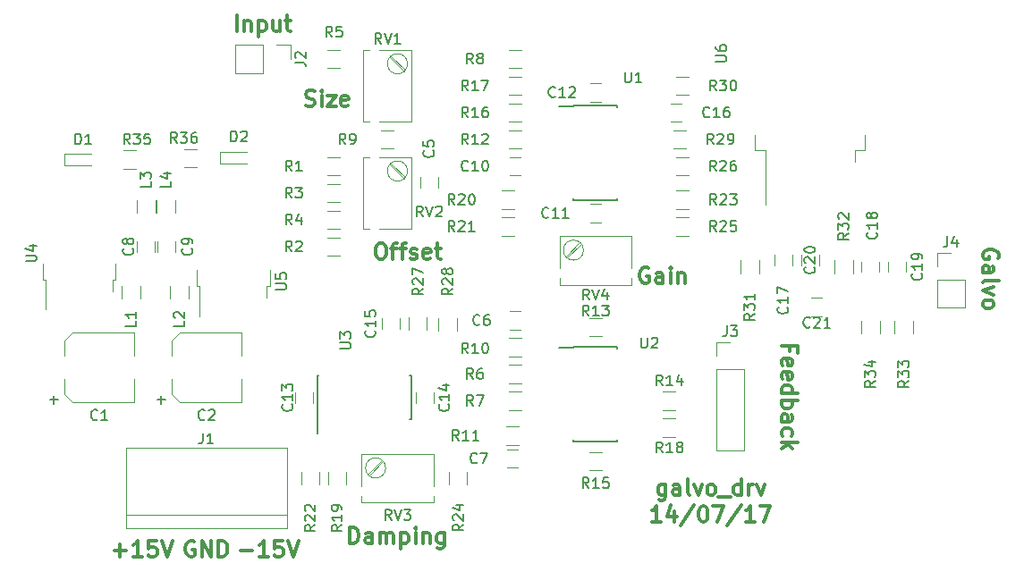
<source format=gbr>
G04 #@! TF.FileFunction,Legend,Top*
%FSLAX46Y46*%
G04 Gerber Fmt 4.6, Leading zero omitted, Abs format (unit mm)*
G04 Created by KiCad (PCBNEW 4.0.6) date 07/14/17 14:36:20*
%MOMM*%
%LPD*%
G01*
G04 APERTURE LIST*
%ADD10C,0.100000*%
%ADD11C,0.300000*%
%ADD12C,0.120000*%
%ADD13C,0.150000*%
G04 APERTURE END LIST*
D10*
D11*
X44577143Y-71132000D02*
X44434286Y-71060571D01*
X44220000Y-71060571D01*
X44005715Y-71132000D01*
X43862857Y-71274857D01*
X43791429Y-71417714D01*
X43720000Y-71703429D01*
X43720000Y-71917714D01*
X43791429Y-72203429D01*
X43862857Y-72346286D01*
X44005715Y-72489143D01*
X44220000Y-72560571D01*
X44362857Y-72560571D01*
X44577143Y-72489143D01*
X44648572Y-72417714D01*
X44648572Y-71917714D01*
X44362857Y-71917714D01*
X45291429Y-72560571D02*
X45291429Y-71060571D01*
X46148572Y-72560571D01*
X46148572Y-71060571D01*
X46862858Y-72560571D02*
X46862858Y-71060571D01*
X47220001Y-71060571D01*
X47434286Y-71132000D01*
X47577144Y-71274857D01*
X47648572Y-71417714D01*
X47720001Y-71703429D01*
X47720001Y-71917714D01*
X47648572Y-72203429D01*
X47577144Y-72346286D01*
X47434286Y-72489143D01*
X47220001Y-72560571D01*
X46862858Y-72560571D01*
X48919144Y-71989143D02*
X50062001Y-71989143D01*
X51562001Y-72560571D02*
X50704858Y-72560571D01*
X51133430Y-72560571D02*
X51133430Y-71060571D01*
X50990573Y-71274857D01*
X50847715Y-71417714D01*
X50704858Y-71489143D01*
X52919144Y-71060571D02*
X52204858Y-71060571D01*
X52133429Y-71774857D01*
X52204858Y-71703429D01*
X52347715Y-71632000D01*
X52704858Y-71632000D01*
X52847715Y-71703429D01*
X52919144Y-71774857D01*
X52990572Y-71917714D01*
X52990572Y-72274857D01*
X52919144Y-72417714D01*
X52847715Y-72489143D01*
X52704858Y-72560571D01*
X52347715Y-72560571D01*
X52204858Y-72489143D01*
X52133429Y-72417714D01*
X53419143Y-71060571D02*
X53919143Y-72560571D01*
X54419143Y-71060571D01*
X36981144Y-71989143D02*
X38124001Y-71989143D01*
X37552572Y-72560571D02*
X37552572Y-71417714D01*
X39624001Y-72560571D02*
X38766858Y-72560571D01*
X39195430Y-72560571D02*
X39195430Y-71060571D01*
X39052573Y-71274857D01*
X38909715Y-71417714D01*
X38766858Y-71489143D01*
X40981144Y-71060571D02*
X40266858Y-71060571D01*
X40195429Y-71774857D01*
X40266858Y-71703429D01*
X40409715Y-71632000D01*
X40766858Y-71632000D01*
X40909715Y-71703429D01*
X40981144Y-71774857D01*
X41052572Y-71917714D01*
X41052572Y-72274857D01*
X40981144Y-72417714D01*
X40909715Y-72489143D01*
X40766858Y-72560571D01*
X40409715Y-72560571D01*
X40266858Y-72489143D01*
X40195429Y-72417714D01*
X41481143Y-71060571D02*
X41981143Y-72560571D01*
X42481143Y-71060571D01*
X100945143Y-53046858D02*
X100945143Y-52546858D01*
X100159429Y-52546858D02*
X101659429Y-52546858D01*
X101659429Y-53261144D01*
X100230857Y-54404000D02*
X100159429Y-54261143D01*
X100159429Y-53975429D01*
X100230857Y-53832572D01*
X100373714Y-53761143D01*
X100945143Y-53761143D01*
X101088000Y-53832572D01*
X101159429Y-53975429D01*
X101159429Y-54261143D01*
X101088000Y-54404000D01*
X100945143Y-54475429D01*
X100802286Y-54475429D01*
X100659429Y-53761143D01*
X100230857Y-55689714D02*
X100159429Y-55546857D01*
X100159429Y-55261143D01*
X100230857Y-55118286D01*
X100373714Y-55046857D01*
X100945143Y-55046857D01*
X101088000Y-55118286D01*
X101159429Y-55261143D01*
X101159429Y-55546857D01*
X101088000Y-55689714D01*
X100945143Y-55761143D01*
X100802286Y-55761143D01*
X100659429Y-55046857D01*
X100159429Y-57046857D02*
X101659429Y-57046857D01*
X100230857Y-57046857D02*
X100159429Y-56904000D01*
X100159429Y-56618286D01*
X100230857Y-56475428D01*
X100302286Y-56404000D01*
X100445143Y-56332571D01*
X100873714Y-56332571D01*
X101016571Y-56404000D01*
X101088000Y-56475428D01*
X101159429Y-56618286D01*
X101159429Y-56904000D01*
X101088000Y-57046857D01*
X100159429Y-57761143D02*
X101659429Y-57761143D01*
X101088000Y-57761143D02*
X101159429Y-57904000D01*
X101159429Y-58189714D01*
X101088000Y-58332571D01*
X101016571Y-58404000D01*
X100873714Y-58475429D01*
X100445143Y-58475429D01*
X100302286Y-58404000D01*
X100230857Y-58332571D01*
X100159429Y-58189714D01*
X100159429Y-57904000D01*
X100230857Y-57761143D01*
X100159429Y-59761143D02*
X100945143Y-59761143D01*
X101088000Y-59689714D01*
X101159429Y-59546857D01*
X101159429Y-59261143D01*
X101088000Y-59118286D01*
X100230857Y-59761143D02*
X100159429Y-59618286D01*
X100159429Y-59261143D01*
X100230857Y-59118286D01*
X100373714Y-59046857D01*
X100516571Y-59046857D01*
X100659429Y-59118286D01*
X100730857Y-59261143D01*
X100730857Y-59618286D01*
X100802286Y-59761143D01*
X100230857Y-61118286D02*
X100159429Y-60975429D01*
X100159429Y-60689715D01*
X100230857Y-60546857D01*
X100302286Y-60475429D01*
X100445143Y-60404000D01*
X100873714Y-60404000D01*
X101016571Y-60475429D01*
X101088000Y-60546857D01*
X101159429Y-60689715D01*
X101159429Y-60975429D01*
X101088000Y-61118286D01*
X100159429Y-61761143D02*
X101659429Y-61761143D01*
X100730857Y-61904000D02*
X100159429Y-62332571D01*
X101159429Y-62332571D02*
X100588000Y-61761143D01*
X120638000Y-44299429D02*
X120709429Y-44156572D01*
X120709429Y-43942286D01*
X120638000Y-43728001D01*
X120495143Y-43585143D01*
X120352286Y-43513715D01*
X120066571Y-43442286D01*
X119852286Y-43442286D01*
X119566571Y-43513715D01*
X119423714Y-43585143D01*
X119280857Y-43728001D01*
X119209429Y-43942286D01*
X119209429Y-44085143D01*
X119280857Y-44299429D01*
X119352286Y-44370858D01*
X119852286Y-44370858D01*
X119852286Y-44085143D01*
X119209429Y-45656572D02*
X119995143Y-45656572D01*
X120138000Y-45585143D01*
X120209429Y-45442286D01*
X120209429Y-45156572D01*
X120138000Y-45013715D01*
X119280857Y-45656572D02*
X119209429Y-45513715D01*
X119209429Y-45156572D01*
X119280857Y-45013715D01*
X119423714Y-44942286D01*
X119566571Y-44942286D01*
X119709429Y-45013715D01*
X119780857Y-45156572D01*
X119780857Y-45513715D01*
X119852286Y-45656572D01*
X119209429Y-46585144D02*
X119280857Y-46442286D01*
X119423714Y-46370858D01*
X120709429Y-46370858D01*
X120209429Y-47013715D02*
X119209429Y-47370858D01*
X120209429Y-47728000D01*
X119209429Y-48513715D02*
X119280857Y-48370857D01*
X119352286Y-48299429D01*
X119495143Y-48228000D01*
X119923714Y-48228000D01*
X120066571Y-48299429D01*
X120138000Y-48370857D01*
X120209429Y-48513715D01*
X120209429Y-48728000D01*
X120138000Y-48870857D01*
X120066571Y-48942286D01*
X119923714Y-49013715D01*
X119495143Y-49013715D01*
X119352286Y-48942286D01*
X119280857Y-48870857D01*
X119209429Y-48728000D01*
X119209429Y-48513715D01*
X48589714Y-22776571D02*
X48589714Y-21276571D01*
X49304000Y-21776571D02*
X49304000Y-22776571D01*
X49304000Y-21919429D02*
X49375428Y-21848000D01*
X49518286Y-21776571D01*
X49732571Y-21776571D01*
X49875428Y-21848000D01*
X49946857Y-21990857D01*
X49946857Y-22776571D01*
X50661143Y-21776571D02*
X50661143Y-23276571D01*
X50661143Y-21848000D02*
X50804000Y-21776571D01*
X51089714Y-21776571D01*
X51232571Y-21848000D01*
X51304000Y-21919429D01*
X51375429Y-22062286D01*
X51375429Y-22490857D01*
X51304000Y-22633714D01*
X51232571Y-22705143D01*
X51089714Y-22776571D01*
X50804000Y-22776571D01*
X50661143Y-22705143D01*
X52661143Y-21776571D02*
X52661143Y-22776571D01*
X52018286Y-21776571D02*
X52018286Y-22562286D01*
X52089714Y-22705143D01*
X52232572Y-22776571D01*
X52446857Y-22776571D01*
X52589714Y-22705143D01*
X52661143Y-22633714D01*
X53161143Y-21776571D02*
X53732572Y-21776571D01*
X53375429Y-21276571D02*
X53375429Y-22562286D01*
X53446857Y-22705143D01*
X53589715Y-22776571D01*
X53732572Y-22776571D01*
X89186286Y-65713571D02*
X89186286Y-66927857D01*
X89114857Y-67070714D01*
X89043429Y-67142143D01*
X88900572Y-67213571D01*
X88686286Y-67213571D01*
X88543429Y-67142143D01*
X89186286Y-66642143D02*
X89043429Y-66713571D01*
X88757715Y-66713571D01*
X88614857Y-66642143D01*
X88543429Y-66570714D01*
X88472000Y-66427857D01*
X88472000Y-65999286D01*
X88543429Y-65856429D01*
X88614857Y-65785000D01*
X88757715Y-65713571D01*
X89043429Y-65713571D01*
X89186286Y-65785000D01*
X90543429Y-66713571D02*
X90543429Y-65927857D01*
X90472000Y-65785000D01*
X90329143Y-65713571D01*
X90043429Y-65713571D01*
X89900572Y-65785000D01*
X90543429Y-66642143D02*
X90400572Y-66713571D01*
X90043429Y-66713571D01*
X89900572Y-66642143D01*
X89829143Y-66499286D01*
X89829143Y-66356429D01*
X89900572Y-66213571D01*
X90043429Y-66142143D01*
X90400572Y-66142143D01*
X90543429Y-66070714D01*
X91472001Y-66713571D02*
X91329143Y-66642143D01*
X91257715Y-66499286D01*
X91257715Y-65213571D01*
X91900572Y-65713571D02*
X92257715Y-66713571D01*
X92614857Y-65713571D01*
X93400572Y-66713571D02*
X93257714Y-66642143D01*
X93186286Y-66570714D01*
X93114857Y-66427857D01*
X93114857Y-65999286D01*
X93186286Y-65856429D01*
X93257714Y-65785000D01*
X93400572Y-65713571D01*
X93614857Y-65713571D01*
X93757714Y-65785000D01*
X93829143Y-65856429D01*
X93900572Y-65999286D01*
X93900572Y-66427857D01*
X93829143Y-66570714D01*
X93757714Y-66642143D01*
X93614857Y-66713571D01*
X93400572Y-66713571D01*
X94186286Y-66856429D02*
X95329143Y-66856429D01*
X96329143Y-66713571D02*
X96329143Y-65213571D01*
X96329143Y-66642143D02*
X96186286Y-66713571D01*
X95900572Y-66713571D01*
X95757714Y-66642143D01*
X95686286Y-66570714D01*
X95614857Y-66427857D01*
X95614857Y-65999286D01*
X95686286Y-65856429D01*
X95757714Y-65785000D01*
X95900572Y-65713571D01*
X96186286Y-65713571D01*
X96329143Y-65785000D01*
X97043429Y-66713571D02*
X97043429Y-65713571D01*
X97043429Y-65999286D02*
X97114857Y-65856429D01*
X97186286Y-65785000D01*
X97329143Y-65713571D01*
X97472000Y-65713571D01*
X97829143Y-65713571D02*
X98186286Y-66713571D01*
X98543428Y-65713571D01*
X88757715Y-69263571D02*
X87900572Y-69263571D01*
X88329144Y-69263571D02*
X88329144Y-67763571D01*
X88186287Y-67977857D01*
X88043429Y-68120714D01*
X87900572Y-68192143D01*
X90043429Y-68263571D02*
X90043429Y-69263571D01*
X89686286Y-67692143D02*
X89329143Y-68763571D01*
X90257715Y-68763571D01*
X91900571Y-67692143D02*
X90614857Y-69620714D01*
X92686286Y-67763571D02*
X92829143Y-67763571D01*
X92972000Y-67835000D01*
X93043429Y-67906429D01*
X93114858Y-68049286D01*
X93186286Y-68335000D01*
X93186286Y-68692143D01*
X93114858Y-68977857D01*
X93043429Y-69120714D01*
X92972000Y-69192143D01*
X92829143Y-69263571D01*
X92686286Y-69263571D01*
X92543429Y-69192143D01*
X92472000Y-69120714D01*
X92400572Y-68977857D01*
X92329143Y-68692143D01*
X92329143Y-68335000D01*
X92400572Y-68049286D01*
X92472000Y-67906429D01*
X92543429Y-67835000D01*
X92686286Y-67763571D01*
X93686286Y-67763571D02*
X94686286Y-67763571D01*
X94043429Y-69263571D01*
X96329142Y-67692143D02*
X95043428Y-69620714D01*
X97614857Y-69263571D02*
X96757714Y-69263571D01*
X97186286Y-69263571D02*
X97186286Y-67763571D01*
X97043429Y-67977857D01*
X96900571Y-68120714D01*
X96757714Y-68192143D01*
X98114857Y-67763571D02*
X99114857Y-67763571D01*
X98472000Y-69263571D01*
X59289714Y-71290571D02*
X59289714Y-69790571D01*
X59646857Y-69790571D01*
X59861142Y-69862000D01*
X60004000Y-70004857D01*
X60075428Y-70147714D01*
X60146857Y-70433429D01*
X60146857Y-70647714D01*
X60075428Y-70933429D01*
X60004000Y-71076286D01*
X59861142Y-71219143D01*
X59646857Y-71290571D01*
X59289714Y-71290571D01*
X61432571Y-71290571D02*
X61432571Y-70504857D01*
X61361142Y-70362000D01*
X61218285Y-70290571D01*
X60932571Y-70290571D01*
X60789714Y-70362000D01*
X61432571Y-71219143D02*
X61289714Y-71290571D01*
X60932571Y-71290571D01*
X60789714Y-71219143D01*
X60718285Y-71076286D01*
X60718285Y-70933429D01*
X60789714Y-70790571D01*
X60932571Y-70719143D01*
X61289714Y-70719143D01*
X61432571Y-70647714D01*
X62146857Y-71290571D02*
X62146857Y-70290571D01*
X62146857Y-70433429D02*
X62218285Y-70362000D01*
X62361143Y-70290571D01*
X62575428Y-70290571D01*
X62718285Y-70362000D01*
X62789714Y-70504857D01*
X62789714Y-71290571D01*
X62789714Y-70504857D02*
X62861143Y-70362000D01*
X63004000Y-70290571D01*
X63218285Y-70290571D01*
X63361143Y-70362000D01*
X63432571Y-70504857D01*
X63432571Y-71290571D01*
X64146857Y-70290571D02*
X64146857Y-71790571D01*
X64146857Y-70362000D02*
X64289714Y-70290571D01*
X64575428Y-70290571D01*
X64718285Y-70362000D01*
X64789714Y-70433429D01*
X64861143Y-70576286D01*
X64861143Y-71004857D01*
X64789714Y-71147714D01*
X64718285Y-71219143D01*
X64575428Y-71290571D01*
X64289714Y-71290571D01*
X64146857Y-71219143D01*
X65504000Y-71290571D02*
X65504000Y-70290571D01*
X65504000Y-69790571D02*
X65432571Y-69862000D01*
X65504000Y-69933429D01*
X65575428Y-69862000D01*
X65504000Y-69790571D01*
X65504000Y-69933429D01*
X66218286Y-70290571D02*
X66218286Y-71290571D01*
X66218286Y-70433429D02*
X66289714Y-70362000D01*
X66432572Y-70290571D01*
X66646857Y-70290571D01*
X66789714Y-70362000D01*
X66861143Y-70504857D01*
X66861143Y-71290571D01*
X68218286Y-70290571D02*
X68218286Y-71504857D01*
X68146857Y-71647714D01*
X68075429Y-71719143D01*
X67932572Y-71790571D01*
X67718286Y-71790571D01*
X67575429Y-71719143D01*
X68218286Y-71219143D02*
X68075429Y-71290571D01*
X67789715Y-71290571D01*
X67646857Y-71219143D01*
X67575429Y-71147714D01*
X67504000Y-71004857D01*
X67504000Y-70576286D01*
X67575429Y-70433429D01*
X67646857Y-70362000D01*
X67789715Y-70290571D01*
X68075429Y-70290571D01*
X68218286Y-70362000D01*
X87578571Y-45224000D02*
X87435714Y-45152571D01*
X87221428Y-45152571D01*
X87007143Y-45224000D01*
X86864285Y-45366857D01*
X86792857Y-45509714D01*
X86721428Y-45795429D01*
X86721428Y-46009714D01*
X86792857Y-46295429D01*
X86864285Y-46438286D01*
X87007143Y-46581143D01*
X87221428Y-46652571D01*
X87364285Y-46652571D01*
X87578571Y-46581143D01*
X87650000Y-46509714D01*
X87650000Y-46009714D01*
X87364285Y-46009714D01*
X88935714Y-46652571D02*
X88935714Y-45866857D01*
X88864285Y-45724000D01*
X88721428Y-45652571D01*
X88435714Y-45652571D01*
X88292857Y-45724000D01*
X88935714Y-46581143D02*
X88792857Y-46652571D01*
X88435714Y-46652571D01*
X88292857Y-46581143D01*
X88221428Y-46438286D01*
X88221428Y-46295429D01*
X88292857Y-46152571D01*
X88435714Y-46081143D01*
X88792857Y-46081143D01*
X88935714Y-46009714D01*
X89650000Y-46652571D02*
X89650000Y-45652571D01*
X89650000Y-45152571D02*
X89578571Y-45224000D01*
X89650000Y-45295429D01*
X89721428Y-45224000D01*
X89650000Y-45152571D01*
X89650000Y-45295429D01*
X90364286Y-45652571D02*
X90364286Y-46652571D01*
X90364286Y-45795429D02*
X90435714Y-45724000D01*
X90578572Y-45652571D01*
X90792857Y-45652571D01*
X90935714Y-45724000D01*
X91007143Y-45866857D01*
X91007143Y-46652571D01*
X62091428Y-42866571D02*
X62377142Y-42866571D01*
X62520000Y-42938000D01*
X62662857Y-43080857D01*
X62734285Y-43366571D01*
X62734285Y-43866571D01*
X62662857Y-44152286D01*
X62520000Y-44295143D01*
X62377142Y-44366571D01*
X62091428Y-44366571D01*
X61948571Y-44295143D01*
X61805714Y-44152286D01*
X61734285Y-43866571D01*
X61734285Y-43366571D01*
X61805714Y-43080857D01*
X61948571Y-42938000D01*
X62091428Y-42866571D01*
X63162857Y-43366571D02*
X63734286Y-43366571D01*
X63377143Y-44366571D02*
X63377143Y-43080857D01*
X63448571Y-42938000D01*
X63591429Y-42866571D01*
X63734286Y-42866571D01*
X64020000Y-43366571D02*
X64591429Y-43366571D01*
X64234286Y-44366571D02*
X64234286Y-43080857D01*
X64305714Y-42938000D01*
X64448572Y-42866571D01*
X64591429Y-42866571D01*
X65020000Y-44295143D02*
X65162857Y-44366571D01*
X65448572Y-44366571D01*
X65591429Y-44295143D01*
X65662857Y-44152286D01*
X65662857Y-44080857D01*
X65591429Y-43938000D01*
X65448572Y-43866571D01*
X65234286Y-43866571D01*
X65091429Y-43795143D01*
X65020000Y-43652286D01*
X65020000Y-43580857D01*
X65091429Y-43438000D01*
X65234286Y-43366571D01*
X65448572Y-43366571D01*
X65591429Y-43438000D01*
X66877143Y-44295143D02*
X66734286Y-44366571D01*
X66448572Y-44366571D01*
X66305715Y-44295143D01*
X66234286Y-44152286D01*
X66234286Y-43580857D01*
X66305715Y-43438000D01*
X66448572Y-43366571D01*
X66734286Y-43366571D01*
X66877143Y-43438000D01*
X66948572Y-43580857D01*
X66948572Y-43723714D01*
X66234286Y-43866571D01*
X67377143Y-43366571D02*
X67948572Y-43366571D01*
X67591429Y-42866571D02*
X67591429Y-44152286D01*
X67662857Y-44295143D01*
X67805715Y-44366571D01*
X67948572Y-44366571D01*
X55114286Y-29817143D02*
X55328572Y-29888571D01*
X55685715Y-29888571D01*
X55828572Y-29817143D01*
X55900001Y-29745714D01*
X55971429Y-29602857D01*
X55971429Y-29460000D01*
X55900001Y-29317143D01*
X55828572Y-29245714D01*
X55685715Y-29174286D01*
X55400001Y-29102857D01*
X55257143Y-29031429D01*
X55185715Y-28960000D01*
X55114286Y-28817143D01*
X55114286Y-28674286D01*
X55185715Y-28531429D01*
X55257143Y-28460000D01*
X55400001Y-28388571D01*
X55757143Y-28388571D01*
X55971429Y-28460000D01*
X56614286Y-29888571D02*
X56614286Y-28888571D01*
X56614286Y-28388571D02*
X56542857Y-28460000D01*
X56614286Y-28531429D01*
X56685714Y-28460000D01*
X56614286Y-28388571D01*
X56614286Y-28531429D01*
X57185715Y-28888571D02*
X57971429Y-28888571D01*
X57185715Y-29888571D01*
X57971429Y-29888571D01*
X59114286Y-29817143D02*
X58971429Y-29888571D01*
X58685715Y-29888571D01*
X58542858Y-29817143D01*
X58471429Y-29674286D01*
X58471429Y-29102857D01*
X58542858Y-28960000D01*
X58685715Y-28888571D01*
X58971429Y-28888571D01*
X59114286Y-28960000D01*
X59185715Y-29102857D01*
X59185715Y-29245714D01*
X58471429Y-29388571D01*
D12*
X97670000Y-32565000D02*
X97670000Y-34065000D01*
X97670000Y-34065000D02*
X98620000Y-34065000D01*
X98620000Y-34065000D02*
X98620000Y-39190000D01*
X108070000Y-32565000D02*
X108070000Y-34065000D01*
X108070000Y-34065000D02*
X107120000Y-34065000D01*
X107120000Y-34065000D02*
X107120000Y-35165000D01*
X90205000Y-27060000D02*
X91405000Y-27060000D01*
X91405000Y-28820000D02*
X90205000Y-28820000D01*
X65952000Y-36584000D02*
X65952000Y-37584000D01*
X67652000Y-37584000D02*
X67652000Y-36584000D01*
X74430000Y-51015000D02*
X75430000Y-51015000D01*
X75430000Y-49315000D02*
X74430000Y-49315000D01*
X75176000Y-62396000D02*
X74176000Y-62396000D01*
X74176000Y-64096000D02*
X75176000Y-64096000D01*
X40855000Y-43680000D02*
X40855000Y-42680000D01*
X39155000Y-42680000D02*
X39155000Y-43680000D01*
X41060000Y-42680000D02*
X41060000Y-43680000D01*
X42760000Y-43680000D02*
X42760000Y-42680000D01*
X74430000Y-36410000D02*
X75430000Y-36410000D01*
X75430000Y-34710000D02*
X74430000Y-34710000D01*
X83050000Y-39155000D02*
X82050000Y-39155000D01*
X82050000Y-40855000D02*
X83050000Y-40855000D01*
X83050000Y-27725000D02*
X82050000Y-27725000D01*
X82050000Y-29425000D02*
X83050000Y-29425000D01*
X54077500Y-56967500D02*
X54077500Y-57967500D01*
X55777500Y-57967500D02*
X55777500Y-56967500D01*
X65507500Y-56967500D02*
X65507500Y-57967500D01*
X67207500Y-57967500D02*
X67207500Y-56967500D01*
X62332500Y-49982500D02*
X62332500Y-50982500D01*
X64032500Y-50982500D02*
X64032500Y-49982500D01*
X90670000Y-29630000D02*
X89670000Y-29630000D01*
X89670000Y-31330000D02*
X90670000Y-31330000D01*
X99480000Y-43950000D02*
X99480000Y-44950000D01*
X101180000Y-44950000D02*
X101180000Y-43950000D01*
X109435000Y-45585000D02*
X109435000Y-44585000D01*
X107735000Y-44585000D02*
X107735000Y-45585000D01*
X110275000Y-44585000D02*
X110275000Y-45585000D01*
X111975000Y-45585000D02*
X111975000Y-44585000D01*
X102020000Y-43950000D02*
X102020000Y-44950000D01*
X103720000Y-44950000D02*
X103720000Y-43950000D01*
X103005000Y-49745000D02*
X104005000Y-49745000D01*
X104005000Y-48045000D02*
X103005000Y-48045000D01*
X32236000Y-34375000D02*
X32236000Y-35475000D01*
X32236000Y-35475000D02*
X34836000Y-35475000D01*
X32236000Y-34375000D02*
X34836000Y-34375000D01*
X46968000Y-34248000D02*
X46968000Y-35348000D01*
X46968000Y-35348000D02*
X49568000Y-35348000D01*
X46968000Y-34248000D02*
X49568000Y-34248000D01*
X38100000Y-69850000D02*
X38100000Y-62230000D01*
X53340000Y-69850000D02*
X53340000Y-62230000D01*
X38100000Y-68580000D02*
X53340000Y-68580000D01*
X38100000Y-62230000D02*
X53340000Y-62230000D01*
X38100000Y-69850000D02*
X53340000Y-69850000D01*
X48454000Y-24070000D02*
X48454000Y-26730000D01*
X51054000Y-24070000D02*
X48454000Y-24070000D01*
X51054000Y-26730000D02*
X48454000Y-26730000D01*
X51054000Y-24070000D02*
X51054000Y-26730000D01*
X52324000Y-24070000D02*
X53654000Y-24070000D01*
X53654000Y-24070000D02*
X53654000Y-25400000D01*
X93970800Y-62493200D02*
X96630800Y-62493200D01*
X93970800Y-54813200D02*
X93970800Y-62493200D01*
X96630800Y-54813200D02*
X96630800Y-62493200D01*
X93970800Y-54813200D02*
X96630800Y-54813200D01*
X93970800Y-53543200D02*
X93970800Y-52213200D01*
X93970800Y-52213200D02*
X95300800Y-52213200D01*
X114875000Y-48955000D02*
X117535000Y-48955000D01*
X114875000Y-46355000D02*
X114875000Y-48955000D01*
X117535000Y-46355000D02*
X117535000Y-48955000D01*
X114875000Y-46355000D02*
X117535000Y-46355000D01*
X114875000Y-45085000D02*
X114875000Y-43755000D01*
X114875000Y-43755000D02*
X116205000Y-43755000D01*
X57185000Y-34680000D02*
X58385000Y-34680000D01*
X58385000Y-36440000D02*
X57185000Y-36440000D01*
X58385000Y-44060000D02*
X57185000Y-44060000D01*
X57185000Y-42300000D02*
X58385000Y-42300000D01*
X57185000Y-37220000D02*
X58385000Y-37220000D01*
X58385000Y-38980000D02*
X57185000Y-38980000D01*
X58385000Y-41520000D02*
X57185000Y-41520000D01*
X57185000Y-39760000D02*
X58385000Y-39760000D01*
X57185000Y-24520000D02*
X58385000Y-24520000D01*
X58385000Y-26280000D02*
X57185000Y-26280000D01*
X74330000Y-54365000D02*
X75530000Y-54365000D01*
X75530000Y-56125000D02*
X74330000Y-56125000D01*
X75530000Y-58665000D02*
X74330000Y-58665000D01*
X74330000Y-56905000D02*
X75530000Y-56905000D01*
X74330000Y-24520000D02*
X75530000Y-24520000D01*
X75530000Y-26280000D02*
X74330000Y-26280000D01*
X62265000Y-32140000D02*
X63465000Y-32140000D01*
X63465000Y-33900000D02*
X62265000Y-33900000D01*
X74330000Y-51825000D02*
X75530000Y-51825000D01*
X75530000Y-53585000D02*
X74330000Y-53585000D01*
X75276000Y-61967000D02*
X74076000Y-61967000D01*
X74076000Y-60207000D02*
X75276000Y-60207000D01*
X74330000Y-32140000D02*
X75530000Y-32140000D01*
X75530000Y-33900000D02*
X74330000Y-33900000D01*
X81950000Y-49920000D02*
X83150000Y-49920000D01*
X83150000Y-51680000D02*
X81950000Y-51680000D01*
X90135000Y-58665000D02*
X88935000Y-58665000D01*
X88935000Y-56905000D02*
X90135000Y-56905000D01*
X81950000Y-62620000D02*
X83150000Y-62620000D01*
X83150000Y-64380000D02*
X81950000Y-64380000D01*
X75530000Y-31360000D02*
X74330000Y-31360000D01*
X74330000Y-29600000D02*
X75530000Y-29600000D01*
X75530000Y-28820000D02*
X74330000Y-28820000D01*
X74330000Y-27060000D02*
X75530000Y-27060000D01*
X88935000Y-59445000D02*
X90135000Y-59445000D01*
X90135000Y-61205000D02*
X88935000Y-61205000D01*
X58982500Y-64487500D02*
X58982500Y-65687500D01*
X57222500Y-65687500D02*
X57222500Y-64487500D01*
X73695000Y-37855000D02*
X74895000Y-37855000D01*
X74895000Y-39615000D02*
X73695000Y-39615000D01*
X74895000Y-42155000D02*
X73695000Y-42155000D01*
X73695000Y-40395000D02*
X74895000Y-40395000D01*
X54682500Y-65687500D02*
X54682500Y-64487500D01*
X56442500Y-64487500D02*
X56442500Y-65687500D01*
X90205000Y-37855000D02*
X91405000Y-37855000D01*
X91405000Y-39615000D02*
X90205000Y-39615000D01*
X68652500Y-65687500D02*
X68652500Y-64487500D01*
X70412500Y-64487500D02*
X70412500Y-65687500D01*
X90205000Y-40395000D02*
X91405000Y-40395000D01*
X91405000Y-42155000D02*
X90205000Y-42155000D01*
X91405000Y-36440000D02*
X90205000Y-36440000D01*
X90205000Y-34680000D02*
X91405000Y-34680000D01*
X64842500Y-51082500D02*
X64842500Y-49882500D01*
X66602500Y-49882500D02*
X66602500Y-51082500D01*
X67700000Y-51146000D02*
X67700000Y-49946000D01*
X69460000Y-49946000D02*
X69460000Y-51146000D01*
X91151000Y-33900000D02*
X89951000Y-33900000D01*
X89951000Y-32140000D02*
X91151000Y-32140000D01*
X96275000Y-45685000D02*
X96275000Y-44485000D01*
X98035000Y-44485000D02*
X98035000Y-45685000D01*
X105165000Y-45685000D02*
X105165000Y-44485000D01*
X106925000Y-44485000D02*
X106925000Y-45685000D01*
X110880000Y-51400000D02*
X110880000Y-50200000D01*
X112640000Y-50200000D02*
X112640000Y-51400000D01*
X109465000Y-50200000D02*
X109465000Y-51400000D01*
X107705000Y-51400000D02*
X107705000Y-50200000D01*
X39081000Y-35805000D02*
X37881000Y-35805000D01*
X37881000Y-34045000D02*
X39081000Y-34045000D01*
X43596000Y-33918000D02*
X44796000Y-33918000D01*
X44796000Y-35678000D02*
X43596000Y-35678000D01*
X64755000Y-25855000D02*
G75*
G03X64755000Y-25855000I-950000J0D01*
G01*
X60515000Y-31355000D02*
X60515000Y-24525000D01*
X65135000Y-31355000D02*
X65135000Y-24525000D01*
X60515000Y-31355000D02*
X61130000Y-31355000D01*
X62060000Y-31355000D02*
X65135000Y-31355000D01*
X60515000Y-24525000D02*
X61130000Y-24525000D01*
X62060000Y-24525000D02*
X65135000Y-24525000D01*
X63201000Y-25134000D02*
X64526000Y-26459000D01*
X63085000Y-25250000D02*
X64410000Y-26575000D01*
X64755000Y-36015000D02*
G75*
G03X64755000Y-36015000I-950000J0D01*
G01*
X60515000Y-41515000D02*
X60515000Y-34685000D01*
X65135000Y-41515000D02*
X65135000Y-34685000D01*
X60515000Y-41515000D02*
X61130000Y-41515000D01*
X62060000Y-41515000D02*
X65135000Y-41515000D01*
X60515000Y-34685000D02*
X61130000Y-34685000D01*
X62060000Y-34685000D02*
X65135000Y-34685000D01*
X63201000Y-35294000D02*
X64526000Y-36619000D01*
X63085000Y-35410000D02*
X64410000Y-36735000D01*
X62682500Y-64147500D02*
G75*
G03X62682500Y-64147500I-950000J0D01*
G01*
X67232500Y-67437500D02*
X60402500Y-67437500D01*
X67232500Y-62817500D02*
X60402500Y-62817500D01*
X67232500Y-67437500D02*
X67232500Y-66822500D01*
X67232500Y-65892500D02*
X67232500Y-62817500D01*
X60402500Y-67437500D02*
X60402500Y-66822500D01*
X60402500Y-65892500D02*
X60402500Y-62817500D01*
X61011500Y-64751500D02*
X62336500Y-63426500D01*
X61127500Y-64867500D02*
X62452500Y-63542500D01*
X81415000Y-43510000D02*
G75*
G03X81415000Y-43510000I-950000J0D01*
G01*
X85965000Y-46800000D02*
X79135000Y-46800000D01*
X85965000Y-42180000D02*
X79135000Y-42180000D01*
X85965000Y-46800000D02*
X85965000Y-46185000D01*
X85965000Y-45255000D02*
X85965000Y-42180000D01*
X79135000Y-46800000D02*
X79135000Y-46185000D01*
X79135000Y-45255000D02*
X79135000Y-42180000D01*
X79744000Y-44114000D02*
X81069000Y-42789000D01*
X79860000Y-44230000D02*
X81185000Y-42905000D01*
D13*
X80475000Y-29840000D02*
X80475000Y-29865000D01*
X84625000Y-29840000D02*
X84625000Y-29955000D01*
X84625000Y-38740000D02*
X84625000Y-38625000D01*
X80475000Y-38740000D02*
X80475000Y-38625000D01*
X80475000Y-29840000D02*
X84625000Y-29840000D01*
X80475000Y-38740000D02*
X84625000Y-38740000D01*
X80475000Y-29865000D02*
X79100000Y-29865000D01*
X80475000Y-52700000D02*
X80475000Y-52725000D01*
X84625000Y-52700000D02*
X84625000Y-52815000D01*
X84625000Y-61600000D02*
X84625000Y-61485000D01*
X80475000Y-61600000D02*
X80475000Y-61485000D01*
X80475000Y-52700000D02*
X84625000Y-52700000D01*
X80475000Y-61600000D02*
X84625000Y-61600000D01*
X80475000Y-52725000D02*
X79100000Y-52725000D01*
X56192500Y-59542500D02*
X56217500Y-59542500D01*
X56192500Y-55392500D02*
X56307500Y-55392500D01*
X65092500Y-55392500D02*
X64977500Y-55392500D01*
X65092500Y-59542500D02*
X64977500Y-59542500D01*
X56192500Y-59542500D02*
X56192500Y-55392500D01*
X65092500Y-59542500D02*
X65092500Y-55392500D01*
X56217500Y-59542500D02*
X56217500Y-60917500D01*
D12*
X30205000Y-44785000D02*
X30205000Y-46285000D01*
X30205000Y-46285000D02*
X30475000Y-46285000D01*
X30475000Y-46285000D02*
X30475000Y-49115000D01*
X37105000Y-44785000D02*
X37105000Y-46285000D01*
X37105000Y-46285000D02*
X36835000Y-46285000D01*
X36835000Y-46285000D02*
X36835000Y-47385000D01*
X44810000Y-45420000D02*
X44810000Y-46920000D01*
X44810000Y-46920000D02*
X45080000Y-46920000D01*
X45080000Y-46920000D02*
X45080000Y-49750000D01*
X51710000Y-45420000D02*
X51710000Y-46920000D01*
X51710000Y-46920000D02*
X51440000Y-46920000D01*
X51440000Y-46920000D02*
X51440000Y-48020000D01*
X39488000Y-46898000D02*
X39488000Y-48098000D01*
X37728000Y-48098000D02*
X37728000Y-46898000D01*
X44060000Y-46898000D02*
X44060000Y-48098000D01*
X42300000Y-48098000D02*
X42300000Y-46898000D01*
X40885000Y-38770000D02*
X40885000Y-39970000D01*
X39125000Y-39970000D02*
X39125000Y-38770000D01*
X42790000Y-38770000D02*
X42790000Y-39970000D01*
X41030000Y-39970000D02*
X41030000Y-38770000D01*
X38860000Y-51310000D02*
X38860000Y-53490000D01*
X38860000Y-57910000D02*
X38860000Y-55730000D01*
X32260000Y-57150000D02*
X32260000Y-55730000D01*
X32260000Y-52070000D02*
X32260000Y-53490000D01*
X38860000Y-57910000D02*
X33020000Y-57910000D01*
X33020000Y-57910000D02*
X32260000Y-57150000D01*
X32260000Y-52070000D02*
X33020000Y-51310000D01*
X33020000Y-51310000D02*
X38860000Y-51310000D01*
X49020000Y-51310000D02*
X49020000Y-53490000D01*
X49020000Y-57910000D02*
X49020000Y-55730000D01*
X42420000Y-57150000D02*
X42420000Y-55730000D01*
X42420000Y-52070000D02*
X42420000Y-53490000D01*
X49020000Y-57910000D02*
X43180000Y-57910000D01*
X43180000Y-57910000D02*
X42420000Y-57150000D01*
X42420000Y-52070000D02*
X43180000Y-51310000D01*
X43180000Y-51310000D02*
X49020000Y-51310000D01*
D13*
X93940381Y-25653905D02*
X94749905Y-25653905D01*
X94845143Y-25606286D01*
X94892762Y-25558667D01*
X94940381Y-25463429D01*
X94940381Y-25272952D01*
X94892762Y-25177714D01*
X94845143Y-25130095D01*
X94749905Y-25082476D01*
X93940381Y-25082476D01*
X93940381Y-24177714D02*
X93940381Y-24368191D01*
X93988000Y-24463429D01*
X94035619Y-24511048D01*
X94178476Y-24606286D01*
X94368952Y-24653905D01*
X94749905Y-24653905D01*
X94845143Y-24606286D01*
X94892762Y-24558667D01*
X94940381Y-24463429D01*
X94940381Y-24272952D01*
X94892762Y-24177714D01*
X94845143Y-24130095D01*
X94749905Y-24082476D01*
X94511810Y-24082476D01*
X94416571Y-24130095D01*
X94368952Y-24177714D01*
X94321333Y-24272952D01*
X94321333Y-24463429D01*
X94368952Y-24558667D01*
X94416571Y-24606286D01*
X94511810Y-24653905D01*
X93972143Y-28392381D02*
X93638809Y-27916190D01*
X93400714Y-28392381D02*
X93400714Y-27392381D01*
X93781667Y-27392381D01*
X93876905Y-27440000D01*
X93924524Y-27487619D01*
X93972143Y-27582857D01*
X93972143Y-27725714D01*
X93924524Y-27820952D01*
X93876905Y-27868571D01*
X93781667Y-27916190D01*
X93400714Y-27916190D01*
X94305476Y-27392381D02*
X94924524Y-27392381D01*
X94591190Y-27773333D01*
X94734048Y-27773333D01*
X94829286Y-27820952D01*
X94876905Y-27868571D01*
X94924524Y-27963810D01*
X94924524Y-28201905D01*
X94876905Y-28297143D01*
X94829286Y-28344762D01*
X94734048Y-28392381D01*
X94448333Y-28392381D01*
X94353095Y-28344762D01*
X94305476Y-28297143D01*
X95543571Y-27392381D02*
X95638810Y-27392381D01*
X95734048Y-27440000D01*
X95781667Y-27487619D01*
X95829286Y-27582857D01*
X95876905Y-27773333D01*
X95876905Y-28011429D01*
X95829286Y-28201905D01*
X95781667Y-28297143D01*
X95734048Y-28344762D01*
X95638810Y-28392381D01*
X95543571Y-28392381D01*
X95448333Y-28344762D01*
X95400714Y-28297143D01*
X95353095Y-28201905D01*
X95305476Y-28011429D01*
X95305476Y-27773333D01*
X95353095Y-27582857D01*
X95400714Y-27487619D01*
X95448333Y-27440000D01*
X95543571Y-27392381D01*
X67159143Y-34075666D02*
X67206762Y-34123285D01*
X67254381Y-34266142D01*
X67254381Y-34361380D01*
X67206762Y-34504238D01*
X67111524Y-34599476D01*
X67016286Y-34647095D01*
X66825810Y-34694714D01*
X66682952Y-34694714D01*
X66492476Y-34647095D01*
X66397238Y-34599476D01*
X66302000Y-34504238D01*
X66254381Y-34361380D01*
X66254381Y-34266142D01*
X66302000Y-34123285D01*
X66349619Y-34075666D01*
X66254381Y-33170904D02*
X66254381Y-33647095D01*
X66730571Y-33694714D01*
X66682952Y-33647095D01*
X66635333Y-33551857D01*
X66635333Y-33313761D01*
X66682952Y-33218523D01*
X66730571Y-33170904D01*
X66825810Y-33123285D01*
X67063905Y-33123285D01*
X67159143Y-33170904D01*
X67206762Y-33218523D01*
X67254381Y-33313761D01*
X67254381Y-33551857D01*
X67206762Y-33647095D01*
X67159143Y-33694714D01*
X71588334Y-50522143D02*
X71540715Y-50569762D01*
X71397858Y-50617381D01*
X71302620Y-50617381D01*
X71159762Y-50569762D01*
X71064524Y-50474524D01*
X71016905Y-50379286D01*
X70969286Y-50188810D01*
X70969286Y-50045952D01*
X71016905Y-49855476D01*
X71064524Y-49760238D01*
X71159762Y-49665000D01*
X71302620Y-49617381D01*
X71397858Y-49617381D01*
X71540715Y-49665000D01*
X71588334Y-49712619D01*
X72445477Y-49617381D02*
X72255000Y-49617381D01*
X72159762Y-49665000D01*
X72112143Y-49712619D01*
X72016905Y-49855476D01*
X71969286Y-50045952D01*
X71969286Y-50426905D01*
X72016905Y-50522143D01*
X72064524Y-50569762D01*
X72159762Y-50617381D01*
X72350239Y-50617381D01*
X72445477Y-50569762D01*
X72493096Y-50522143D01*
X72540715Y-50426905D01*
X72540715Y-50188810D01*
X72493096Y-50093571D01*
X72445477Y-50045952D01*
X72350239Y-49998333D01*
X72159762Y-49998333D01*
X72064524Y-50045952D01*
X72016905Y-50093571D01*
X71969286Y-50188810D01*
X71334334Y-63603143D02*
X71286715Y-63650762D01*
X71143858Y-63698381D01*
X71048620Y-63698381D01*
X70905762Y-63650762D01*
X70810524Y-63555524D01*
X70762905Y-63460286D01*
X70715286Y-63269810D01*
X70715286Y-63126952D01*
X70762905Y-62936476D01*
X70810524Y-62841238D01*
X70905762Y-62746000D01*
X71048620Y-62698381D01*
X71143858Y-62698381D01*
X71286715Y-62746000D01*
X71334334Y-62793619D01*
X71667667Y-62698381D02*
X72334334Y-62698381D01*
X71905762Y-63698381D01*
X38711143Y-43346666D02*
X38758762Y-43394285D01*
X38806381Y-43537142D01*
X38806381Y-43632380D01*
X38758762Y-43775238D01*
X38663524Y-43870476D01*
X38568286Y-43918095D01*
X38377810Y-43965714D01*
X38234952Y-43965714D01*
X38044476Y-43918095D01*
X37949238Y-43870476D01*
X37854000Y-43775238D01*
X37806381Y-43632380D01*
X37806381Y-43537142D01*
X37854000Y-43394285D01*
X37901619Y-43346666D01*
X38234952Y-42775238D02*
X38187333Y-42870476D01*
X38139714Y-42918095D01*
X38044476Y-42965714D01*
X37996857Y-42965714D01*
X37901619Y-42918095D01*
X37854000Y-42870476D01*
X37806381Y-42775238D01*
X37806381Y-42584761D01*
X37854000Y-42489523D01*
X37901619Y-42441904D01*
X37996857Y-42394285D01*
X38044476Y-42394285D01*
X38139714Y-42441904D01*
X38187333Y-42489523D01*
X38234952Y-42584761D01*
X38234952Y-42775238D01*
X38282571Y-42870476D01*
X38330190Y-42918095D01*
X38425429Y-42965714D01*
X38615905Y-42965714D01*
X38711143Y-42918095D01*
X38758762Y-42870476D01*
X38806381Y-42775238D01*
X38806381Y-42584761D01*
X38758762Y-42489523D01*
X38711143Y-42441904D01*
X38615905Y-42394285D01*
X38425429Y-42394285D01*
X38330190Y-42441904D01*
X38282571Y-42489523D01*
X38234952Y-42584761D01*
X44299143Y-43346666D02*
X44346762Y-43394285D01*
X44394381Y-43537142D01*
X44394381Y-43632380D01*
X44346762Y-43775238D01*
X44251524Y-43870476D01*
X44156286Y-43918095D01*
X43965810Y-43965714D01*
X43822952Y-43965714D01*
X43632476Y-43918095D01*
X43537238Y-43870476D01*
X43442000Y-43775238D01*
X43394381Y-43632380D01*
X43394381Y-43537142D01*
X43442000Y-43394285D01*
X43489619Y-43346666D01*
X44394381Y-42870476D02*
X44394381Y-42680000D01*
X44346762Y-42584761D01*
X44299143Y-42537142D01*
X44156286Y-42441904D01*
X43965810Y-42394285D01*
X43584857Y-42394285D01*
X43489619Y-42441904D01*
X43442000Y-42489523D01*
X43394381Y-42584761D01*
X43394381Y-42775238D01*
X43442000Y-42870476D01*
X43489619Y-42918095D01*
X43584857Y-42965714D01*
X43822952Y-42965714D01*
X43918190Y-42918095D01*
X43965810Y-42870476D01*
X44013429Y-42775238D01*
X44013429Y-42584761D01*
X43965810Y-42489523D01*
X43918190Y-42441904D01*
X43822952Y-42394285D01*
X70477143Y-35917143D02*
X70429524Y-35964762D01*
X70286667Y-36012381D01*
X70191429Y-36012381D01*
X70048571Y-35964762D01*
X69953333Y-35869524D01*
X69905714Y-35774286D01*
X69858095Y-35583810D01*
X69858095Y-35440952D01*
X69905714Y-35250476D01*
X69953333Y-35155238D01*
X70048571Y-35060000D01*
X70191429Y-35012381D01*
X70286667Y-35012381D01*
X70429524Y-35060000D01*
X70477143Y-35107619D01*
X71429524Y-36012381D02*
X70858095Y-36012381D01*
X71143809Y-36012381D02*
X71143809Y-35012381D01*
X71048571Y-35155238D01*
X70953333Y-35250476D01*
X70858095Y-35298095D01*
X72048571Y-35012381D02*
X72143810Y-35012381D01*
X72239048Y-35060000D01*
X72286667Y-35107619D01*
X72334286Y-35202857D01*
X72381905Y-35393333D01*
X72381905Y-35631429D01*
X72334286Y-35821905D01*
X72286667Y-35917143D01*
X72239048Y-35964762D01*
X72143810Y-36012381D01*
X72048571Y-36012381D01*
X71953333Y-35964762D01*
X71905714Y-35917143D01*
X71858095Y-35821905D01*
X71810476Y-35631429D01*
X71810476Y-35393333D01*
X71858095Y-35202857D01*
X71905714Y-35107619D01*
X71953333Y-35060000D01*
X72048571Y-35012381D01*
X78097143Y-40362143D02*
X78049524Y-40409762D01*
X77906667Y-40457381D01*
X77811429Y-40457381D01*
X77668571Y-40409762D01*
X77573333Y-40314524D01*
X77525714Y-40219286D01*
X77478095Y-40028810D01*
X77478095Y-39885952D01*
X77525714Y-39695476D01*
X77573333Y-39600238D01*
X77668571Y-39505000D01*
X77811429Y-39457381D01*
X77906667Y-39457381D01*
X78049524Y-39505000D01*
X78097143Y-39552619D01*
X79049524Y-40457381D02*
X78478095Y-40457381D01*
X78763809Y-40457381D02*
X78763809Y-39457381D01*
X78668571Y-39600238D01*
X78573333Y-39695476D01*
X78478095Y-39743095D01*
X80001905Y-40457381D02*
X79430476Y-40457381D01*
X79716190Y-40457381D02*
X79716190Y-39457381D01*
X79620952Y-39600238D01*
X79525714Y-39695476D01*
X79430476Y-39743095D01*
X78732143Y-28932143D02*
X78684524Y-28979762D01*
X78541667Y-29027381D01*
X78446429Y-29027381D01*
X78303571Y-28979762D01*
X78208333Y-28884524D01*
X78160714Y-28789286D01*
X78113095Y-28598810D01*
X78113095Y-28455952D01*
X78160714Y-28265476D01*
X78208333Y-28170238D01*
X78303571Y-28075000D01*
X78446429Y-28027381D01*
X78541667Y-28027381D01*
X78684524Y-28075000D01*
X78732143Y-28122619D01*
X79684524Y-29027381D02*
X79113095Y-29027381D01*
X79398809Y-29027381D02*
X79398809Y-28027381D01*
X79303571Y-28170238D01*
X79208333Y-28265476D01*
X79113095Y-28313095D01*
X80065476Y-28122619D02*
X80113095Y-28075000D01*
X80208333Y-28027381D01*
X80446429Y-28027381D01*
X80541667Y-28075000D01*
X80589286Y-28122619D01*
X80636905Y-28217857D01*
X80636905Y-28313095D01*
X80589286Y-28455952D01*
X80017857Y-29027381D01*
X80636905Y-29027381D01*
X53784643Y-58110357D02*
X53832262Y-58157976D01*
X53879881Y-58300833D01*
X53879881Y-58396071D01*
X53832262Y-58538929D01*
X53737024Y-58634167D01*
X53641786Y-58681786D01*
X53451310Y-58729405D01*
X53308452Y-58729405D01*
X53117976Y-58681786D01*
X53022738Y-58634167D01*
X52927500Y-58538929D01*
X52879881Y-58396071D01*
X52879881Y-58300833D01*
X52927500Y-58157976D01*
X52975119Y-58110357D01*
X53879881Y-57157976D02*
X53879881Y-57729405D01*
X53879881Y-57443691D02*
X52879881Y-57443691D01*
X53022738Y-57538929D01*
X53117976Y-57634167D01*
X53165595Y-57729405D01*
X52879881Y-56824643D02*
X52879881Y-56205595D01*
X53260833Y-56538929D01*
X53260833Y-56396071D01*
X53308452Y-56300833D01*
X53356071Y-56253214D01*
X53451310Y-56205595D01*
X53689405Y-56205595D01*
X53784643Y-56253214D01*
X53832262Y-56300833D01*
X53879881Y-56396071D01*
X53879881Y-56681786D01*
X53832262Y-56777024D01*
X53784643Y-56824643D01*
X68619643Y-58110357D02*
X68667262Y-58157976D01*
X68714881Y-58300833D01*
X68714881Y-58396071D01*
X68667262Y-58538929D01*
X68572024Y-58634167D01*
X68476786Y-58681786D01*
X68286310Y-58729405D01*
X68143452Y-58729405D01*
X67952976Y-58681786D01*
X67857738Y-58634167D01*
X67762500Y-58538929D01*
X67714881Y-58396071D01*
X67714881Y-58300833D01*
X67762500Y-58157976D01*
X67810119Y-58110357D01*
X68714881Y-57157976D02*
X68714881Y-57729405D01*
X68714881Y-57443691D02*
X67714881Y-57443691D01*
X67857738Y-57538929D01*
X67952976Y-57634167D01*
X68000595Y-57729405D01*
X68048214Y-56300833D02*
X68714881Y-56300833D01*
X67667262Y-56538929D02*
X68381548Y-56777024D01*
X68381548Y-56157976D01*
X61634643Y-51125357D02*
X61682262Y-51172976D01*
X61729881Y-51315833D01*
X61729881Y-51411071D01*
X61682262Y-51553929D01*
X61587024Y-51649167D01*
X61491786Y-51696786D01*
X61301310Y-51744405D01*
X61158452Y-51744405D01*
X60967976Y-51696786D01*
X60872738Y-51649167D01*
X60777500Y-51553929D01*
X60729881Y-51411071D01*
X60729881Y-51315833D01*
X60777500Y-51172976D01*
X60825119Y-51125357D01*
X61729881Y-50172976D02*
X61729881Y-50744405D01*
X61729881Y-50458691D02*
X60729881Y-50458691D01*
X60872738Y-50553929D01*
X60967976Y-50649167D01*
X61015595Y-50744405D01*
X60729881Y-49268214D02*
X60729881Y-49744405D01*
X61206071Y-49792024D01*
X61158452Y-49744405D01*
X61110833Y-49649167D01*
X61110833Y-49411071D01*
X61158452Y-49315833D01*
X61206071Y-49268214D01*
X61301310Y-49220595D01*
X61539405Y-49220595D01*
X61634643Y-49268214D01*
X61682262Y-49315833D01*
X61729881Y-49411071D01*
X61729881Y-49649167D01*
X61682262Y-49744405D01*
X61634643Y-49792024D01*
X93337143Y-30837143D02*
X93289524Y-30884762D01*
X93146667Y-30932381D01*
X93051429Y-30932381D01*
X92908571Y-30884762D01*
X92813333Y-30789524D01*
X92765714Y-30694286D01*
X92718095Y-30503810D01*
X92718095Y-30360952D01*
X92765714Y-30170476D01*
X92813333Y-30075238D01*
X92908571Y-29980000D01*
X93051429Y-29932381D01*
X93146667Y-29932381D01*
X93289524Y-29980000D01*
X93337143Y-30027619D01*
X94289524Y-30932381D02*
X93718095Y-30932381D01*
X94003809Y-30932381D02*
X94003809Y-29932381D01*
X93908571Y-30075238D01*
X93813333Y-30170476D01*
X93718095Y-30218095D01*
X95146667Y-29932381D02*
X94956190Y-29932381D01*
X94860952Y-29980000D01*
X94813333Y-30027619D01*
X94718095Y-30170476D01*
X94670476Y-30360952D01*
X94670476Y-30741905D01*
X94718095Y-30837143D01*
X94765714Y-30884762D01*
X94860952Y-30932381D01*
X95051429Y-30932381D01*
X95146667Y-30884762D01*
X95194286Y-30837143D01*
X95241905Y-30741905D01*
X95241905Y-30503810D01*
X95194286Y-30408571D01*
X95146667Y-30360952D01*
X95051429Y-30313333D01*
X94860952Y-30313333D01*
X94765714Y-30360952D01*
X94718095Y-30408571D01*
X94670476Y-30503810D01*
X100687143Y-48902857D02*
X100734762Y-48950476D01*
X100782381Y-49093333D01*
X100782381Y-49188571D01*
X100734762Y-49331429D01*
X100639524Y-49426667D01*
X100544286Y-49474286D01*
X100353810Y-49521905D01*
X100210952Y-49521905D01*
X100020476Y-49474286D01*
X99925238Y-49426667D01*
X99830000Y-49331429D01*
X99782381Y-49188571D01*
X99782381Y-49093333D01*
X99830000Y-48950476D01*
X99877619Y-48902857D01*
X100782381Y-47950476D02*
X100782381Y-48521905D01*
X100782381Y-48236191D02*
X99782381Y-48236191D01*
X99925238Y-48331429D01*
X100020476Y-48426667D01*
X100068095Y-48521905D01*
X99782381Y-47617143D02*
X99782381Y-46950476D01*
X100782381Y-47379048D01*
X109119943Y-41841657D02*
X109167562Y-41889276D01*
X109215181Y-42032133D01*
X109215181Y-42127371D01*
X109167562Y-42270229D01*
X109072324Y-42365467D01*
X108977086Y-42413086D01*
X108786610Y-42460705D01*
X108643752Y-42460705D01*
X108453276Y-42413086D01*
X108358038Y-42365467D01*
X108262800Y-42270229D01*
X108215181Y-42127371D01*
X108215181Y-42032133D01*
X108262800Y-41889276D01*
X108310419Y-41841657D01*
X109215181Y-40889276D02*
X109215181Y-41460705D01*
X109215181Y-41174991D02*
X108215181Y-41174991D01*
X108358038Y-41270229D01*
X108453276Y-41365467D01*
X108500895Y-41460705D01*
X108643752Y-40317848D02*
X108596133Y-40413086D01*
X108548514Y-40460705D01*
X108453276Y-40508324D01*
X108405657Y-40508324D01*
X108310419Y-40460705D01*
X108262800Y-40413086D01*
X108215181Y-40317848D01*
X108215181Y-40127371D01*
X108262800Y-40032133D01*
X108310419Y-39984514D01*
X108405657Y-39936895D01*
X108453276Y-39936895D01*
X108548514Y-39984514D01*
X108596133Y-40032133D01*
X108643752Y-40127371D01*
X108643752Y-40317848D01*
X108691371Y-40413086D01*
X108738990Y-40460705D01*
X108834229Y-40508324D01*
X109024705Y-40508324D01*
X109119943Y-40460705D01*
X109167562Y-40413086D01*
X109215181Y-40317848D01*
X109215181Y-40127371D01*
X109167562Y-40032133D01*
X109119943Y-39984514D01*
X109024705Y-39936895D01*
X108834229Y-39936895D01*
X108738990Y-39984514D01*
X108691371Y-40032133D01*
X108643752Y-40127371D01*
X113387143Y-45727857D02*
X113434762Y-45775476D01*
X113482381Y-45918333D01*
X113482381Y-46013571D01*
X113434762Y-46156429D01*
X113339524Y-46251667D01*
X113244286Y-46299286D01*
X113053810Y-46346905D01*
X112910952Y-46346905D01*
X112720476Y-46299286D01*
X112625238Y-46251667D01*
X112530000Y-46156429D01*
X112482381Y-46013571D01*
X112482381Y-45918333D01*
X112530000Y-45775476D01*
X112577619Y-45727857D01*
X113482381Y-44775476D02*
X113482381Y-45346905D01*
X113482381Y-45061191D02*
X112482381Y-45061191D01*
X112625238Y-45156429D01*
X112720476Y-45251667D01*
X112768095Y-45346905D01*
X113482381Y-44299286D02*
X113482381Y-44108810D01*
X113434762Y-44013571D01*
X113387143Y-43965952D01*
X113244286Y-43870714D01*
X113053810Y-43823095D01*
X112672857Y-43823095D01*
X112577619Y-43870714D01*
X112530000Y-43918333D01*
X112482381Y-44013571D01*
X112482381Y-44204048D01*
X112530000Y-44299286D01*
X112577619Y-44346905D01*
X112672857Y-44394524D01*
X112910952Y-44394524D01*
X113006190Y-44346905D01*
X113053810Y-44299286D01*
X113101429Y-44204048D01*
X113101429Y-44013571D01*
X113053810Y-43918333D01*
X113006190Y-43870714D01*
X112910952Y-43823095D01*
X103227143Y-45092857D02*
X103274762Y-45140476D01*
X103322381Y-45283333D01*
X103322381Y-45378571D01*
X103274762Y-45521429D01*
X103179524Y-45616667D01*
X103084286Y-45664286D01*
X102893810Y-45711905D01*
X102750952Y-45711905D01*
X102560476Y-45664286D01*
X102465238Y-45616667D01*
X102370000Y-45521429D01*
X102322381Y-45378571D01*
X102322381Y-45283333D01*
X102370000Y-45140476D01*
X102417619Y-45092857D01*
X102417619Y-44711905D02*
X102370000Y-44664286D01*
X102322381Y-44569048D01*
X102322381Y-44330952D01*
X102370000Y-44235714D01*
X102417619Y-44188095D01*
X102512857Y-44140476D01*
X102608095Y-44140476D01*
X102750952Y-44188095D01*
X103322381Y-44759524D01*
X103322381Y-44140476D01*
X102322381Y-43521429D02*
X102322381Y-43426190D01*
X102370000Y-43330952D01*
X102417619Y-43283333D01*
X102512857Y-43235714D01*
X102703333Y-43188095D01*
X102941429Y-43188095D01*
X103131905Y-43235714D01*
X103227143Y-43283333D01*
X103274762Y-43330952D01*
X103322381Y-43426190D01*
X103322381Y-43521429D01*
X103274762Y-43616667D01*
X103227143Y-43664286D01*
X103131905Y-43711905D01*
X102941429Y-43759524D01*
X102703333Y-43759524D01*
X102512857Y-43711905D01*
X102417619Y-43664286D01*
X102370000Y-43616667D01*
X102322381Y-43521429D01*
X102862143Y-50752143D02*
X102814524Y-50799762D01*
X102671667Y-50847381D01*
X102576429Y-50847381D01*
X102433571Y-50799762D01*
X102338333Y-50704524D01*
X102290714Y-50609286D01*
X102243095Y-50418810D01*
X102243095Y-50275952D01*
X102290714Y-50085476D01*
X102338333Y-49990238D01*
X102433571Y-49895000D01*
X102576429Y-49847381D01*
X102671667Y-49847381D01*
X102814524Y-49895000D01*
X102862143Y-49942619D01*
X103243095Y-49942619D02*
X103290714Y-49895000D01*
X103385952Y-49847381D01*
X103624048Y-49847381D01*
X103719286Y-49895000D01*
X103766905Y-49942619D01*
X103814524Y-50037857D01*
X103814524Y-50133095D01*
X103766905Y-50275952D01*
X103195476Y-50847381D01*
X103814524Y-50847381D01*
X104766905Y-50847381D02*
X104195476Y-50847381D01*
X104481190Y-50847381D02*
X104481190Y-49847381D01*
X104385952Y-49990238D01*
X104290714Y-50085476D01*
X104195476Y-50133095D01*
X33297905Y-33472381D02*
X33297905Y-32472381D01*
X33536000Y-32472381D01*
X33678858Y-32520000D01*
X33774096Y-32615238D01*
X33821715Y-32710476D01*
X33869334Y-32900952D01*
X33869334Y-33043810D01*
X33821715Y-33234286D01*
X33774096Y-33329524D01*
X33678858Y-33424762D01*
X33536000Y-33472381D01*
X33297905Y-33472381D01*
X34821715Y-33472381D02*
X34250286Y-33472381D01*
X34536000Y-33472381D02*
X34536000Y-32472381D01*
X34440762Y-32615238D01*
X34345524Y-32710476D01*
X34250286Y-32758095D01*
X48029905Y-33218381D02*
X48029905Y-32218381D01*
X48268000Y-32218381D01*
X48410858Y-32266000D01*
X48506096Y-32361238D01*
X48553715Y-32456476D01*
X48601334Y-32646952D01*
X48601334Y-32789810D01*
X48553715Y-32980286D01*
X48506096Y-33075524D01*
X48410858Y-33170762D01*
X48268000Y-33218381D01*
X48029905Y-33218381D01*
X48982286Y-32313619D02*
X49029905Y-32266000D01*
X49125143Y-32218381D01*
X49363239Y-32218381D01*
X49458477Y-32266000D01*
X49506096Y-32313619D01*
X49553715Y-32408857D01*
X49553715Y-32504095D01*
X49506096Y-32646952D01*
X48934667Y-33218381D01*
X49553715Y-33218381D01*
X45356667Y-60842381D02*
X45356667Y-61556667D01*
X45309047Y-61699524D01*
X45213809Y-61794762D01*
X45070952Y-61842381D01*
X44975714Y-61842381D01*
X46356667Y-61842381D02*
X45785238Y-61842381D01*
X46070952Y-61842381D02*
X46070952Y-60842381D01*
X45975714Y-60985238D01*
X45880476Y-61080476D01*
X45785238Y-61128095D01*
X54106381Y-25733333D02*
X54820667Y-25733333D01*
X54963524Y-25780953D01*
X55058762Y-25876191D01*
X55106381Y-26019048D01*
X55106381Y-26114286D01*
X54201619Y-25304762D02*
X54154000Y-25257143D01*
X54106381Y-25161905D01*
X54106381Y-24923809D01*
X54154000Y-24828571D01*
X54201619Y-24780952D01*
X54296857Y-24733333D01*
X54392095Y-24733333D01*
X54534952Y-24780952D01*
X55106381Y-25352381D01*
X55106381Y-24733333D01*
X94967467Y-50665581D02*
X94967467Y-51379867D01*
X94919847Y-51522724D01*
X94824609Y-51617962D01*
X94681752Y-51665581D01*
X94586514Y-51665581D01*
X95348419Y-50665581D02*
X95967467Y-50665581D01*
X95634133Y-51046533D01*
X95776991Y-51046533D01*
X95872229Y-51094152D01*
X95919848Y-51141771D01*
X95967467Y-51237010D01*
X95967467Y-51475105D01*
X95919848Y-51570343D01*
X95872229Y-51617962D01*
X95776991Y-51665581D01*
X95491276Y-51665581D01*
X95396038Y-51617962D01*
X95348419Y-51570343D01*
X115871667Y-42207381D02*
X115871667Y-42921667D01*
X115824047Y-43064524D01*
X115728809Y-43159762D01*
X115585952Y-43207381D01*
X115490714Y-43207381D01*
X116776429Y-42540714D02*
X116776429Y-43207381D01*
X116538333Y-42159762D02*
X116300238Y-42874048D01*
X116919286Y-42874048D01*
X53808334Y-36012381D02*
X53475000Y-35536190D01*
X53236905Y-36012381D02*
X53236905Y-35012381D01*
X53617858Y-35012381D01*
X53713096Y-35060000D01*
X53760715Y-35107619D01*
X53808334Y-35202857D01*
X53808334Y-35345714D01*
X53760715Y-35440952D01*
X53713096Y-35488571D01*
X53617858Y-35536190D01*
X53236905Y-35536190D01*
X54760715Y-36012381D02*
X54189286Y-36012381D01*
X54475000Y-36012381D02*
X54475000Y-35012381D01*
X54379762Y-35155238D01*
X54284524Y-35250476D01*
X54189286Y-35298095D01*
X53808334Y-43632381D02*
X53475000Y-43156190D01*
X53236905Y-43632381D02*
X53236905Y-42632381D01*
X53617858Y-42632381D01*
X53713096Y-42680000D01*
X53760715Y-42727619D01*
X53808334Y-42822857D01*
X53808334Y-42965714D01*
X53760715Y-43060952D01*
X53713096Y-43108571D01*
X53617858Y-43156190D01*
X53236905Y-43156190D01*
X54189286Y-42727619D02*
X54236905Y-42680000D01*
X54332143Y-42632381D01*
X54570239Y-42632381D01*
X54665477Y-42680000D01*
X54713096Y-42727619D01*
X54760715Y-42822857D01*
X54760715Y-42918095D01*
X54713096Y-43060952D01*
X54141667Y-43632381D01*
X54760715Y-43632381D01*
X53808334Y-38552381D02*
X53475000Y-38076190D01*
X53236905Y-38552381D02*
X53236905Y-37552381D01*
X53617858Y-37552381D01*
X53713096Y-37600000D01*
X53760715Y-37647619D01*
X53808334Y-37742857D01*
X53808334Y-37885714D01*
X53760715Y-37980952D01*
X53713096Y-38028571D01*
X53617858Y-38076190D01*
X53236905Y-38076190D01*
X54141667Y-37552381D02*
X54760715Y-37552381D01*
X54427381Y-37933333D01*
X54570239Y-37933333D01*
X54665477Y-37980952D01*
X54713096Y-38028571D01*
X54760715Y-38123810D01*
X54760715Y-38361905D01*
X54713096Y-38457143D01*
X54665477Y-38504762D01*
X54570239Y-38552381D01*
X54284524Y-38552381D01*
X54189286Y-38504762D01*
X54141667Y-38457143D01*
X53808334Y-41092381D02*
X53475000Y-40616190D01*
X53236905Y-41092381D02*
X53236905Y-40092381D01*
X53617858Y-40092381D01*
X53713096Y-40140000D01*
X53760715Y-40187619D01*
X53808334Y-40282857D01*
X53808334Y-40425714D01*
X53760715Y-40520952D01*
X53713096Y-40568571D01*
X53617858Y-40616190D01*
X53236905Y-40616190D01*
X54665477Y-40425714D02*
X54665477Y-41092381D01*
X54427381Y-40044762D02*
X54189286Y-40759048D01*
X54808334Y-40759048D01*
X57618334Y-23312381D02*
X57285000Y-22836190D01*
X57046905Y-23312381D02*
X57046905Y-22312381D01*
X57427858Y-22312381D01*
X57523096Y-22360000D01*
X57570715Y-22407619D01*
X57618334Y-22502857D01*
X57618334Y-22645714D01*
X57570715Y-22740952D01*
X57523096Y-22788571D01*
X57427858Y-22836190D01*
X57046905Y-22836190D01*
X58523096Y-22312381D02*
X58046905Y-22312381D01*
X57999286Y-22788571D01*
X58046905Y-22740952D01*
X58142143Y-22693333D01*
X58380239Y-22693333D01*
X58475477Y-22740952D01*
X58523096Y-22788571D01*
X58570715Y-22883810D01*
X58570715Y-23121905D01*
X58523096Y-23217143D01*
X58475477Y-23264762D01*
X58380239Y-23312381D01*
X58142143Y-23312381D01*
X58046905Y-23264762D01*
X57999286Y-23217143D01*
X70953334Y-55697381D02*
X70620000Y-55221190D01*
X70381905Y-55697381D02*
X70381905Y-54697381D01*
X70762858Y-54697381D01*
X70858096Y-54745000D01*
X70905715Y-54792619D01*
X70953334Y-54887857D01*
X70953334Y-55030714D01*
X70905715Y-55125952D01*
X70858096Y-55173571D01*
X70762858Y-55221190D01*
X70381905Y-55221190D01*
X71810477Y-54697381D02*
X71620000Y-54697381D01*
X71524762Y-54745000D01*
X71477143Y-54792619D01*
X71381905Y-54935476D01*
X71334286Y-55125952D01*
X71334286Y-55506905D01*
X71381905Y-55602143D01*
X71429524Y-55649762D01*
X71524762Y-55697381D01*
X71715239Y-55697381D01*
X71810477Y-55649762D01*
X71858096Y-55602143D01*
X71905715Y-55506905D01*
X71905715Y-55268810D01*
X71858096Y-55173571D01*
X71810477Y-55125952D01*
X71715239Y-55078333D01*
X71524762Y-55078333D01*
X71429524Y-55125952D01*
X71381905Y-55173571D01*
X71334286Y-55268810D01*
X70953334Y-58237381D02*
X70620000Y-57761190D01*
X70381905Y-58237381D02*
X70381905Y-57237381D01*
X70762858Y-57237381D01*
X70858096Y-57285000D01*
X70905715Y-57332619D01*
X70953334Y-57427857D01*
X70953334Y-57570714D01*
X70905715Y-57665952D01*
X70858096Y-57713571D01*
X70762858Y-57761190D01*
X70381905Y-57761190D01*
X71286667Y-57237381D02*
X71953334Y-57237381D01*
X71524762Y-58237381D01*
X70953334Y-25852381D02*
X70620000Y-25376190D01*
X70381905Y-25852381D02*
X70381905Y-24852381D01*
X70762858Y-24852381D01*
X70858096Y-24900000D01*
X70905715Y-24947619D01*
X70953334Y-25042857D01*
X70953334Y-25185714D01*
X70905715Y-25280952D01*
X70858096Y-25328571D01*
X70762858Y-25376190D01*
X70381905Y-25376190D01*
X71524762Y-25280952D02*
X71429524Y-25233333D01*
X71381905Y-25185714D01*
X71334286Y-25090476D01*
X71334286Y-25042857D01*
X71381905Y-24947619D01*
X71429524Y-24900000D01*
X71524762Y-24852381D01*
X71715239Y-24852381D01*
X71810477Y-24900000D01*
X71858096Y-24947619D01*
X71905715Y-25042857D01*
X71905715Y-25090476D01*
X71858096Y-25185714D01*
X71810477Y-25233333D01*
X71715239Y-25280952D01*
X71524762Y-25280952D01*
X71429524Y-25328571D01*
X71381905Y-25376190D01*
X71334286Y-25471429D01*
X71334286Y-25661905D01*
X71381905Y-25757143D01*
X71429524Y-25804762D01*
X71524762Y-25852381D01*
X71715239Y-25852381D01*
X71810477Y-25804762D01*
X71858096Y-25757143D01*
X71905715Y-25661905D01*
X71905715Y-25471429D01*
X71858096Y-25376190D01*
X71810477Y-25328571D01*
X71715239Y-25280952D01*
X58888334Y-33472381D02*
X58555000Y-32996190D01*
X58316905Y-33472381D02*
X58316905Y-32472381D01*
X58697858Y-32472381D01*
X58793096Y-32520000D01*
X58840715Y-32567619D01*
X58888334Y-32662857D01*
X58888334Y-32805714D01*
X58840715Y-32900952D01*
X58793096Y-32948571D01*
X58697858Y-32996190D01*
X58316905Y-32996190D01*
X59364524Y-33472381D02*
X59555000Y-33472381D01*
X59650239Y-33424762D01*
X59697858Y-33377143D01*
X59793096Y-33234286D01*
X59840715Y-33043810D01*
X59840715Y-32662857D01*
X59793096Y-32567619D01*
X59745477Y-32520000D01*
X59650239Y-32472381D01*
X59459762Y-32472381D01*
X59364524Y-32520000D01*
X59316905Y-32567619D01*
X59269286Y-32662857D01*
X59269286Y-32900952D01*
X59316905Y-32996190D01*
X59364524Y-33043810D01*
X59459762Y-33091429D01*
X59650239Y-33091429D01*
X59745477Y-33043810D01*
X59793096Y-32996190D01*
X59840715Y-32900952D01*
X70477143Y-53284381D02*
X70143809Y-52808190D01*
X69905714Y-53284381D02*
X69905714Y-52284381D01*
X70286667Y-52284381D01*
X70381905Y-52332000D01*
X70429524Y-52379619D01*
X70477143Y-52474857D01*
X70477143Y-52617714D01*
X70429524Y-52712952D01*
X70381905Y-52760571D01*
X70286667Y-52808190D01*
X69905714Y-52808190D01*
X71429524Y-53284381D02*
X70858095Y-53284381D01*
X71143809Y-53284381D02*
X71143809Y-52284381D01*
X71048571Y-52427238D01*
X70953333Y-52522476D01*
X70858095Y-52570095D01*
X72048571Y-52284381D02*
X72143810Y-52284381D01*
X72239048Y-52332000D01*
X72286667Y-52379619D01*
X72334286Y-52474857D01*
X72381905Y-52665333D01*
X72381905Y-52903429D01*
X72334286Y-53093905D01*
X72286667Y-53189143D01*
X72239048Y-53236762D01*
X72143810Y-53284381D01*
X72048571Y-53284381D01*
X71953333Y-53236762D01*
X71905714Y-53189143D01*
X71858095Y-53093905D01*
X71810476Y-52903429D01*
X71810476Y-52665333D01*
X71858095Y-52474857D01*
X71905714Y-52379619D01*
X71953333Y-52332000D01*
X72048571Y-52284381D01*
X69588143Y-61539381D02*
X69254809Y-61063190D01*
X69016714Y-61539381D02*
X69016714Y-60539381D01*
X69397667Y-60539381D01*
X69492905Y-60587000D01*
X69540524Y-60634619D01*
X69588143Y-60729857D01*
X69588143Y-60872714D01*
X69540524Y-60967952D01*
X69492905Y-61015571D01*
X69397667Y-61063190D01*
X69016714Y-61063190D01*
X70540524Y-61539381D02*
X69969095Y-61539381D01*
X70254809Y-61539381D02*
X70254809Y-60539381D01*
X70159571Y-60682238D01*
X70064333Y-60777476D01*
X69969095Y-60825095D01*
X71492905Y-61539381D02*
X70921476Y-61539381D01*
X71207190Y-61539381D02*
X71207190Y-60539381D01*
X71111952Y-60682238D01*
X71016714Y-60777476D01*
X70921476Y-60825095D01*
X70477143Y-33472381D02*
X70143809Y-32996190D01*
X69905714Y-33472381D02*
X69905714Y-32472381D01*
X70286667Y-32472381D01*
X70381905Y-32520000D01*
X70429524Y-32567619D01*
X70477143Y-32662857D01*
X70477143Y-32805714D01*
X70429524Y-32900952D01*
X70381905Y-32948571D01*
X70286667Y-32996190D01*
X69905714Y-32996190D01*
X71429524Y-33472381D02*
X70858095Y-33472381D01*
X71143809Y-33472381D02*
X71143809Y-32472381D01*
X71048571Y-32615238D01*
X70953333Y-32710476D01*
X70858095Y-32758095D01*
X71810476Y-32567619D02*
X71858095Y-32520000D01*
X71953333Y-32472381D01*
X72191429Y-32472381D01*
X72286667Y-32520000D01*
X72334286Y-32567619D01*
X72381905Y-32662857D01*
X72381905Y-32758095D01*
X72334286Y-32900952D01*
X71762857Y-33472381D01*
X72381905Y-33472381D01*
X81907143Y-49728381D02*
X81573809Y-49252190D01*
X81335714Y-49728381D02*
X81335714Y-48728381D01*
X81716667Y-48728381D01*
X81811905Y-48776000D01*
X81859524Y-48823619D01*
X81907143Y-48918857D01*
X81907143Y-49061714D01*
X81859524Y-49156952D01*
X81811905Y-49204571D01*
X81716667Y-49252190D01*
X81335714Y-49252190D01*
X82859524Y-49728381D02*
X82288095Y-49728381D01*
X82573809Y-49728381D02*
X82573809Y-48728381D01*
X82478571Y-48871238D01*
X82383333Y-48966476D01*
X82288095Y-49014095D01*
X83192857Y-48728381D02*
X83811905Y-48728381D01*
X83478571Y-49109333D01*
X83621429Y-49109333D01*
X83716667Y-49156952D01*
X83764286Y-49204571D01*
X83811905Y-49299810D01*
X83811905Y-49537905D01*
X83764286Y-49633143D01*
X83716667Y-49680762D01*
X83621429Y-49728381D01*
X83335714Y-49728381D01*
X83240476Y-49680762D01*
X83192857Y-49633143D01*
X88892143Y-56332381D02*
X88558809Y-55856190D01*
X88320714Y-56332381D02*
X88320714Y-55332381D01*
X88701667Y-55332381D01*
X88796905Y-55380000D01*
X88844524Y-55427619D01*
X88892143Y-55522857D01*
X88892143Y-55665714D01*
X88844524Y-55760952D01*
X88796905Y-55808571D01*
X88701667Y-55856190D01*
X88320714Y-55856190D01*
X89844524Y-56332381D02*
X89273095Y-56332381D01*
X89558809Y-56332381D02*
X89558809Y-55332381D01*
X89463571Y-55475238D01*
X89368333Y-55570476D01*
X89273095Y-55618095D01*
X90701667Y-55665714D02*
X90701667Y-56332381D01*
X90463571Y-55284762D02*
X90225476Y-55999048D01*
X90844524Y-55999048D01*
X81907143Y-66052381D02*
X81573809Y-65576190D01*
X81335714Y-66052381D02*
X81335714Y-65052381D01*
X81716667Y-65052381D01*
X81811905Y-65100000D01*
X81859524Y-65147619D01*
X81907143Y-65242857D01*
X81907143Y-65385714D01*
X81859524Y-65480952D01*
X81811905Y-65528571D01*
X81716667Y-65576190D01*
X81335714Y-65576190D01*
X82859524Y-66052381D02*
X82288095Y-66052381D01*
X82573809Y-66052381D02*
X82573809Y-65052381D01*
X82478571Y-65195238D01*
X82383333Y-65290476D01*
X82288095Y-65338095D01*
X83764286Y-65052381D02*
X83288095Y-65052381D01*
X83240476Y-65528571D01*
X83288095Y-65480952D01*
X83383333Y-65433333D01*
X83621429Y-65433333D01*
X83716667Y-65480952D01*
X83764286Y-65528571D01*
X83811905Y-65623810D01*
X83811905Y-65861905D01*
X83764286Y-65957143D01*
X83716667Y-66004762D01*
X83621429Y-66052381D01*
X83383333Y-66052381D01*
X83288095Y-66004762D01*
X83240476Y-65957143D01*
X70477143Y-30932381D02*
X70143809Y-30456190D01*
X69905714Y-30932381D02*
X69905714Y-29932381D01*
X70286667Y-29932381D01*
X70381905Y-29980000D01*
X70429524Y-30027619D01*
X70477143Y-30122857D01*
X70477143Y-30265714D01*
X70429524Y-30360952D01*
X70381905Y-30408571D01*
X70286667Y-30456190D01*
X69905714Y-30456190D01*
X71429524Y-30932381D02*
X70858095Y-30932381D01*
X71143809Y-30932381D02*
X71143809Y-29932381D01*
X71048571Y-30075238D01*
X70953333Y-30170476D01*
X70858095Y-30218095D01*
X72286667Y-29932381D02*
X72096190Y-29932381D01*
X72000952Y-29980000D01*
X71953333Y-30027619D01*
X71858095Y-30170476D01*
X71810476Y-30360952D01*
X71810476Y-30741905D01*
X71858095Y-30837143D01*
X71905714Y-30884762D01*
X72000952Y-30932381D01*
X72191429Y-30932381D01*
X72286667Y-30884762D01*
X72334286Y-30837143D01*
X72381905Y-30741905D01*
X72381905Y-30503810D01*
X72334286Y-30408571D01*
X72286667Y-30360952D01*
X72191429Y-30313333D01*
X72000952Y-30313333D01*
X71905714Y-30360952D01*
X71858095Y-30408571D01*
X71810476Y-30503810D01*
X70477143Y-28392381D02*
X70143809Y-27916190D01*
X69905714Y-28392381D02*
X69905714Y-27392381D01*
X70286667Y-27392381D01*
X70381905Y-27440000D01*
X70429524Y-27487619D01*
X70477143Y-27582857D01*
X70477143Y-27725714D01*
X70429524Y-27820952D01*
X70381905Y-27868571D01*
X70286667Y-27916190D01*
X69905714Y-27916190D01*
X71429524Y-28392381D02*
X70858095Y-28392381D01*
X71143809Y-28392381D02*
X71143809Y-27392381D01*
X71048571Y-27535238D01*
X70953333Y-27630476D01*
X70858095Y-27678095D01*
X71762857Y-27392381D02*
X72429524Y-27392381D01*
X72000952Y-28392381D01*
X88892143Y-62682381D02*
X88558809Y-62206190D01*
X88320714Y-62682381D02*
X88320714Y-61682381D01*
X88701667Y-61682381D01*
X88796905Y-61730000D01*
X88844524Y-61777619D01*
X88892143Y-61872857D01*
X88892143Y-62015714D01*
X88844524Y-62110952D01*
X88796905Y-62158571D01*
X88701667Y-62206190D01*
X88320714Y-62206190D01*
X89844524Y-62682381D02*
X89273095Y-62682381D01*
X89558809Y-62682381D02*
X89558809Y-61682381D01*
X89463571Y-61825238D01*
X89368333Y-61920476D01*
X89273095Y-61968095D01*
X90415952Y-62110952D02*
X90320714Y-62063333D01*
X90273095Y-62015714D01*
X90225476Y-61920476D01*
X90225476Y-61872857D01*
X90273095Y-61777619D01*
X90320714Y-61730000D01*
X90415952Y-61682381D01*
X90606429Y-61682381D01*
X90701667Y-61730000D01*
X90749286Y-61777619D01*
X90796905Y-61872857D01*
X90796905Y-61920476D01*
X90749286Y-62015714D01*
X90701667Y-62063333D01*
X90606429Y-62110952D01*
X90415952Y-62110952D01*
X90320714Y-62158571D01*
X90273095Y-62206190D01*
X90225476Y-62301429D01*
X90225476Y-62491905D01*
X90273095Y-62587143D01*
X90320714Y-62634762D01*
X90415952Y-62682381D01*
X90606429Y-62682381D01*
X90701667Y-62634762D01*
X90749286Y-62587143D01*
X90796905Y-62491905D01*
X90796905Y-62301429D01*
X90749286Y-62206190D01*
X90701667Y-62158571D01*
X90606429Y-62110952D01*
X58554881Y-69540357D02*
X58078690Y-69873691D01*
X58554881Y-70111786D02*
X57554881Y-70111786D01*
X57554881Y-69730833D01*
X57602500Y-69635595D01*
X57650119Y-69587976D01*
X57745357Y-69540357D01*
X57888214Y-69540357D01*
X57983452Y-69587976D01*
X58031071Y-69635595D01*
X58078690Y-69730833D01*
X58078690Y-70111786D01*
X58554881Y-68587976D02*
X58554881Y-69159405D01*
X58554881Y-68873691D02*
X57554881Y-68873691D01*
X57697738Y-68968929D01*
X57792976Y-69064167D01*
X57840595Y-69159405D01*
X58554881Y-68111786D02*
X58554881Y-67921310D01*
X58507262Y-67826071D01*
X58459643Y-67778452D01*
X58316786Y-67683214D01*
X58126310Y-67635595D01*
X57745357Y-67635595D01*
X57650119Y-67683214D01*
X57602500Y-67730833D01*
X57554881Y-67826071D01*
X57554881Y-68016548D01*
X57602500Y-68111786D01*
X57650119Y-68159405D01*
X57745357Y-68207024D01*
X57983452Y-68207024D01*
X58078690Y-68159405D01*
X58126310Y-68111786D01*
X58173929Y-68016548D01*
X58173929Y-67826071D01*
X58126310Y-67730833D01*
X58078690Y-67683214D01*
X57983452Y-67635595D01*
X69207143Y-39187381D02*
X68873809Y-38711190D01*
X68635714Y-39187381D02*
X68635714Y-38187381D01*
X69016667Y-38187381D01*
X69111905Y-38235000D01*
X69159524Y-38282619D01*
X69207143Y-38377857D01*
X69207143Y-38520714D01*
X69159524Y-38615952D01*
X69111905Y-38663571D01*
X69016667Y-38711190D01*
X68635714Y-38711190D01*
X69588095Y-38282619D02*
X69635714Y-38235000D01*
X69730952Y-38187381D01*
X69969048Y-38187381D01*
X70064286Y-38235000D01*
X70111905Y-38282619D01*
X70159524Y-38377857D01*
X70159524Y-38473095D01*
X70111905Y-38615952D01*
X69540476Y-39187381D01*
X70159524Y-39187381D01*
X70778571Y-38187381D02*
X70873810Y-38187381D01*
X70969048Y-38235000D01*
X71016667Y-38282619D01*
X71064286Y-38377857D01*
X71111905Y-38568333D01*
X71111905Y-38806429D01*
X71064286Y-38996905D01*
X71016667Y-39092143D01*
X70969048Y-39139762D01*
X70873810Y-39187381D01*
X70778571Y-39187381D01*
X70683333Y-39139762D01*
X70635714Y-39092143D01*
X70588095Y-38996905D01*
X70540476Y-38806429D01*
X70540476Y-38568333D01*
X70588095Y-38377857D01*
X70635714Y-38282619D01*
X70683333Y-38235000D01*
X70778571Y-38187381D01*
X69207143Y-41727381D02*
X68873809Y-41251190D01*
X68635714Y-41727381D02*
X68635714Y-40727381D01*
X69016667Y-40727381D01*
X69111905Y-40775000D01*
X69159524Y-40822619D01*
X69207143Y-40917857D01*
X69207143Y-41060714D01*
X69159524Y-41155952D01*
X69111905Y-41203571D01*
X69016667Y-41251190D01*
X68635714Y-41251190D01*
X69588095Y-40822619D02*
X69635714Y-40775000D01*
X69730952Y-40727381D01*
X69969048Y-40727381D01*
X70064286Y-40775000D01*
X70111905Y-40822619D01*
X70159524Y-40917857D01*
X70159524Y-41013095D01*
X70111905Y-41155952D01*
X69540476Y-41727381D01*
X70159524Y-41727381D01*
X71111905Y-41727381D02*
X70540476Y-41727381D01*
X70826190Y-41727381D02*
X70826190Y-40727381D01*
X70730952Y-40870238D01*
X70635714Y-40965476D01*
X70540476Y-41013095D01*
X56014881Y-69540357D02*
X55538690Y-69873691D01*
X56014881Y-70111786D02*
X55014881Y-70111786D01*
X55014881Y-69730833D01*
X55062500Y-69635595D01*
X55110119Y-69587976D01*
X55205357Y-69540357D01*
X55348214Y-69540357D01*
X55443452Y-69587976D01*
X55491071Y-69635595D01*
X55538690Y-69730833D01*
X55538690Y-70111786D01*
X55110119Y-69159405D02*
X55062500Y-69111786D01*
X55014881Y-69016548D01*
X55014881Y-68778452D01*
X55062500Y-68683214D01*
X55110119Y-68635595D01*
X55205357Y-68587976D01*
X55300595Y-68587976D01*
X55443452Y-68635595D01*
X56014881Y-69207024D01*
X56014881Y-68587976D01*
X55110119Y-68207024D02*
X55062500Y-68159405D01*
X55014881Y-68064167D01*
X55014881Y-67826071D01*
X55062500Y-67730833D01*
X55110119Y-67683214D01*
X55205357Y-67635595D01*
X55300595Y-67635595D01*
X55443452Y-67683214D01*
X56014881Y-68254643D01*
X56014881Y-67635595D01*
X93997543Y-39212781D02*
X93664209Y-38736590D01*
X93426114Y-39212781D02*
X93426114Y-38212781D01*
X93807067Y-38212781D01*
X93902305Y-38260400D01*
X93949924Y-38308019D01*
X93997543Y-38403257D01*
X93997543Y-38546114D01*
X93949924Y-38641352D01*
X93902305Y-38688971D01*
X93807067Y-38736590D01*
X93426114Y-38736590D01*
X94378495Y-38308019D02*
X94426114Y-38260400D01*
X94521352Y-38212781D01*
X94759448Y-38212781D01*
X94854686Y-38260400D01*
X94902305Y-38308019D01*
X94949924Y-38403257D01*
X94949924Y-38498495D01*
X94902305Y-38641352D01*
X94330876Y-39212781D01*
X94949924Y-39212781D01*
X95283257Y-38212781D02*
X95902305Y-38212781D01*
X95568971Y-38593733D01*
X95711829Y-38593733D01*
X95807067Y-38641352D01*
X95854686Y-38688971D01*
X95902305Y-38784210D01*
X95902305Y-39022305D01*
X95854686Y-39117543D01*
X95807067Y-39165162D01*
X95711829Y-39212781D01*
X95426114Y-39212781D01*
X95330876Y-39165162D01*
X95283257Y-39117543D01*
X70048381Y-69476857D02*
X69572190Y-69810191D01*
X70048381Y-70048286D02*
X69048381Y-70048286D01*
X69048381Y-69667333D01*
X69096000Y-69572095D01*
X69143619Y-69524476D01*
X69238857Y-69476857D01*
X69381714Y-69476857D01*
X69476952Y-69524476D01*
X69524571Y-69572095D01*
X69572190Y-69667333D01*
X69572190Y-70048286D01*
X69143619Y-69095905D02*
X69096000Y-69048286D01*
X69048381Y-68953048D01*
X69048381Y-68714952D01*
X69096000Y-68619714D01*
X69143619Y-68572095D01*
X69238857Y-68524476D01*
X69334095Y-68524476D01*
X69476952Y-68572095D01*
X70048381Y-69143524D01*
X70048381Y-68524476D01*
X69381714Y-67667333D02*
X70048381Y-67667333D01*
X69000762Y-67905429D02*
X69715048Y-68143524D01*
X69715048Y-67524476D01*
X93972143Y-41727381D02*
X93638809Y-41251190D01*
X93400714Y-41727381D02*
X93400714Y-40727381D01*
X93781667Y-40727381D01*
X93876905Y-40775000D01*
X93924524Y-40822619D01*
X93972143Y-40917857D01*
X93972143Y-41060714D01*
X93924524Y-41155952D01*
X93876905Y-41203571D01*
X93781667Y-41251190D01*
X93400714Y-41251190D01*
X94353095Y-40822619D02*
X94400714Y-40775000D01*
X94495952Y-40727381D01*
X94734048Y-40727381D01*
X94829286Y-40775000D01*
X94876905Y-40822619D01*
X94924524Y-40917857D01*
X94924524Y-41013095D01*
X94876905Y-41155952D01*
X94305476Y-41727381D01*
X94924524Y-41727381D01*
X95829286Y-40727381D02*
X95353095Y-40727381D01*
X95305476Y-41203571D01*
X95353095Y-41155952D01*
X95448333Y-41108333D01*
X95686429Y-41108333D01*
X95781667Y-41155952D01*
X95829286Y-41203571D01*
X95876905Y-41298810D01*
X95876905Y-41536905D01*
X95829286Y-41632143D01*
X95781667Y-41679762D01*
X95686429Y-41727381D01*
X95448333Y-41727381D01*
X95353095Y-41679762D01*
X95305476Y-41632143D01*
X93972143Y-36012381D02*
X93638809Y-35536190D01*
X93400714Y-36012381D02*
X93400714Y-35012381D01*
X93781667Y-35012381D01*
X93876905Y-35060000D01*
X93924524Y-35107619D01*
X93972143Y-35202857D01*
X93972143Y-35345714D01*
X93924524Y-35440952D01*
X93876905Y-35488571D01*
X93781667Y-35536190D01*
X93400714Y-35536190D01*
X94353095Y-35107619D02*
X94400714Y-35060000D01*
X94495952Y-35012381D01*
X94734048Y-35012381D01*
X94829286Y-35060000D01*
X94876905Y-35107619D01*
X94924524Y-35202857D01*
X94924524Y-35298095D01*
X94876905Y-35440952D01*
X94305476Y-36012381D01*
X94924524Y-36012381D01*
X95781667Y-35012381D02*
X95591190Y-35012381D01*
X95495952Y-35060000D01*
X95448333Y-35107619D01*
X95353095Y-35250476D01*
X95305476Y-35440952D01*
X95305476Y-35821905D01*
X95353095Y-35917143D01*
X95400714Y-35964762D01*
X95495952Y-36012381D01*
X95686429Y-36012381D01*
X95781667Y-35964762D01*
X95829286Y-35917143D01*
X95876905Y-35821905D01*
X95876905Y-35583810D01*
X95829286Y-35488571D01*
X95781667Y-35440952D01*
X95686429Y-35393333D01*
X95495952Y-35393333D01*
X95400714Y-35440952D01*
X95353095Y-35488571D01*
X95305476Y-35583810D01*
X66238381Y-47124857D02*
X65762190Y-47458191D01*
X66238381Y-47696286D02*
X65238381Y-47696286D01*
X65238381Y-47315333D01*
X65286000Y-47220095D01*
X65333619Y-47172476D01*
X65428857Y-47124857D01*
X65571714Y-47124857D01*
X65666952Y-47172476D01*
X65714571Y-47220095D01*
X65762190Y-47315333D01*
X65762190Y-47696286D01*
X65333619Y-46743905D02*
X65286000Y-46696286D01*
X65238381Y-46601048D01*
X65238381Y-46362952D01*
X65286000Y-46267714D01*
X65333619Y-46220095D01*
X65428857Y-46172476D01*
X65524095Y-46172476D01*
X65666952Y-46220095D01*
X66238381Y-46791524D01*
X66238381Y-46172476D01*
X65238381Y-45839143D02*
X65238381Y-45172476D01*
X66238381Y-45601048D01*
X69032381Y-47124857D02*
X68556190Y-47458191D01*
X69032381Y-47696286D02*
X68032381Y-47696286D01*
X68032381Y-47315333D01*
X68080000Y-47220095D01*
X68127619Y-47172476D01*
X68222857Y-47124857D01*
X68365714Y-47124857D01*
X68460952Y-47172476D01*
X68508571Y-47220095D01*
X68556190Y-47315333D01*
X68556190Y-47696286D01*
X68127619Y-46743905D02*
X68080000Y-46696286D01*
X68032381Y-46601048D01*
X68032381Y-46362952D01*
X68080000Y-46267714D01*
X68127619Y-46220095D01*
X68222857Y-46172476D01*
X68318095Y-46172476D01*
X68460952Y-46220095D01*
X69032381Y-46791524D01*
X69032381Y-46172476D01*
X68460952Y-45601048D02*
X68413333Y-45696286D01*
X68365714Y-45743905D01*
X68270476Y-45791524D01*
X68222857Y-45791524D01*
X68127619Y-45743905D01*
X68080000Y-45696286D01*
X68032381Y-45601048D01*
X68032381Y-45410571D01*
X68080000Y-45315333D01*
X68127619Y-45267714D01*
X68222857Y-45220095D01*
X68270476Y-45220095D01*
X68365714Y-45267714D01*
X68413333Y-45315333D01*
X68460952Y-45410571D01*
X68460952Y-45601048D01*
X68508571Y-45696286D01*
X68556190Y-45743905D01*
X68651429Y-45791524D01*
X68841905Y-45791524D01*
X68937143Y-45743905D01*
X68984762Y-45696286D01*
X69032381Y-45601048D01*
X69032381Y-45410571D01*
X68984762Y-45315333D01*
X68937143Y-45267714D01*
X68841905Y-45220095D01*
X68651429Y-45220095D01*
X68556190Y-45267714D01*
X68508571Y-45315333D01*
X68460952Y-45410571D01*
X93718143Y-33472381D02*
X93384809Y-32996190D01*
X93146714Y-33472381D02*
X93146714Y-32472381D01*
X93527667Y-32472381D01*
X93622905Y-32520000D01*
X93670524Y-32567619D01*
X93718143Y-32662857D01*
X93718143Y-32805714D01*
X93670524Y-32900952D01*
X93622905Y-32948571D01*
X93527667Y-32996190D01*
X93146714Y-32996190D01*
X94099095Y-32567619D02*
X94146714Y-32520000D01*
X94241952Y-32472381D01*
X94480048Y-32472381D01*
X94575286Y-32520000D01*
X94622905Y-32567619D01*
X94670524Y-32662857D01*
X94670524Y-32758095D01*
X94622905Y-32900952D01*
X94051476Y-33472381D01*
X94670524Y-33472381D01*
X95146714Y-33472381D02*
X95337190Y-33472381D01*
X95432429Y-33424762D01*
X95480048Y-33377143D01*
X95575286Y-33234286D01*
X95622905Y-33043810D01*
X95622905Y-32662857D01*
X95575286Y-32567619D01*
X95527667Y-32520000D01*
X95432429Y-32472381D01*
X95241952Y-32472381D01*
X95146714Y-32520000D01*
X95099095Y-32567619D01*
X95051476Y-32662857D01*
X95051476Y-32900952D01*
X95099095Y-32996190D01*
X95146714Y-33043810D01*
X95241952Y-33091429D01*
X95432429Y-33091429D01*
X95527667Y-33043810D01*
X95575286Y-32996190D01*
X95622905Y-32900952D01*
X97607381Y-49537857D02*
X97131190Y-49871191D01*
X97607381Y-50109286D02*
X96607381Y-50109286D01*
X96607381Y-49728333D01*
X96655000Y-49633095D01*
X96702619Y-49585476D01*
X96797857Y-49537857D01*
X96940714Y-49537857D01*
X97035952Y-49585476D01*
X97083571Y-49633095D01*
X97131190Y-49728333D01*
X97131190Y-50109286D01*
X96607381Y-49204524D02*
X96607381Y-48585476D01*
X96988333Y-48918810D01*
X96988333Y-48775952D01*
X97035952Y-48680714D01*
X97083571Y-48633095D01*
X97178810Y-48585476D01*
X97416905Y-48585476D01*
X97512143Y-48633095D01*
X97559762Y-48680714D01*
X97607381Y-48775952D01*
X97607381Y-49061667D01*
X97559762Y-49156905D01*
X97512143Y-49204524D01*
X97607381Y-47633095D02*
X97607381Y-48204524D01*
X97607381Y-47918810D02*
X96607381Y-47918810D01*
X96750238Y-48014048D01*
X96845476Y-48109286D01*
X96893095Y-48204524D01*
X106522781Y-41892457D02*
X106046590Y-42225791D01*
X106522781Y-42463886D02*
X105522781Y-42463886D01*
X105522781Y-42082933D01*
X105570400Y-41987695D01*
X105618019Y-41940076D01*
X105713257Y-41892457D01*
X105856114Y-41892457D01*
X105951352Y-41940076D01*
X105998971Y-41987695D01*
X106046590Y-42082933D01*
X106046590Y-42463886D01*
X105522781Y-41559124D02*
X105522781Y-40940076D01*
X105903733Y-41273410D01*
X105903733Y-41130552D01*
X105951352Y-41035314D01*
X105998971Y-40987695D01*
X106094210Y-40940076D01*
X106332305Y-40940076D01*
X106427543Y-40987695D01*
X106475162Y-41035314D01*
X106522781Y-41130552D01*
X106522781Y-41416267D01*
X106475162Y-41511505D01*
X106427543Y-41559124D01*
X105618019Y-40559124D02*
X105570400Y-40511505D01*
X105522781Y-40416267D01*
X105522781Y-40178171D01*
X105570400Y-40082933D01*
X105618019Y-40035314D01*
X105713257Y-39987695D01*
X105808495Y-39987695D01*
X105951352Y-40035314D01*
X106522781Y-40606743D01*
X106522781Y-39987695D01*
X112212381Y-55887857D02*
X111736190Y-56221191D01*
X112212381Y-56459286D02*
X111212381Y-56459286D01*
X111212381Y-56078333D01*
X111260000Y-55983095D01*
X111307619Y-55935476D01*
X111402857Y-55887857D01*
X111545714Y-55887857D01*
X111640952Y-55935476D01*
X111688571Y-55983095D01*
X111736190Y-56078333D01*
X111736190Y-56459286D01*
X111212381Y-55554524D02*
X111212381Y-54935476D01*
X111593333Y-55268810D01*
X111593333Y-55125952D01*
X111640952Y-55030714D01*
X111688571Y-54983095D01*
X111783810Y-54935476D01*
X112021905Y-54935476D01*
X112117143Y-54983095D01*
X112164762Y-55030714D01*
X112212381Y-55125952D01*
X112212381Y-55411667D01*
X112164762Y-55506905D01*
X112117143Y-55554524D01*
X111212381Y-54602143D02*
X111212381Y-53983095D01*
X111593333Y-54316429D01*
X111593333Y-54173571D01*
X111640952Y-54078333D01*
X111688571Y-54030714D01*
X111783810Y-53983095D01*
X112021905Y-53983095D01*
X112117143Y-54030714D01*
X112164762Y-54078333D01*
X112212381Y-54173571D01*
X112212381Y-54459286D01*
X112164762Y-54554524D01*
X112117143Y-54602143D01*
X109037381Y-55887857D02*
X108561190Y-56221191D01*
X109037381Y-56459286D02*
X108037381Y-56459286D01*
X108037381Y-56078333D01*
X108085000Y-55983095D01*
X108132619Y-55935476D01*
X108227857Y-55887857D01*
X108370714Y-55887857D01*
X108465952Y-55935476D01*
X108513571Y-55983095D01*
X108561190Y-56078333D01*
X108561190Y-56459286D01*
X108037381Y-55554524D02*
X108037381Y-54935476D01*
X108418333Y-55268810D01*
X108418333Y-55125952D01*
X108465952Y-55030714D01*
X108513571Y-54983095D01*
X108608810Y-54935476D01*
X108846905Y-54935476D01*
X108942143Y-54983095D01*
X108989762Y-55030714D01*
X109037381Y-55125952D01*
X109037381Y-55411667D01*
X108989762Y-55506905D01*
X108942143Y-55554524D01*
X108370714Y-54078333D02*
X109037381Y-54078333D01*
X107989762Y-54316429D02*
X108704048Y-54554524D01*
X108704048Y-53935476D01*
X38473143Y-33472381D02*
X38139809Y-32996190D01*
X37901714Y-33472381D02*
X37901714Y-32472381D01*
X38282667Y-32472381D01*
X38377905Y-32520000D01*
X38425524Y-32567619D01*
X38473143Y-32662857D01*
X38473143Y-32805714D01*
X38425524Y-32900952D01*
X38377905Y-32948571D01*
X38282667Y-32996190D01*
X37901714Y-32996190D01*
X38806476Y-32472381D02*
X39425524Y-32472381D01*
X39092190Y-32853333D01*
X39235048Y-32853333D01*
X39330286Y-32900952D01*
X39377905Y-32948571D01*
X39425524Y-33043810D01*
X39425524Y-33281905D01*
X39377905Y-33377143D01*
X39330286Y-33424762D01*
X39235048Y-33472381D01*
X38949333Y-33472381D01*
X38854095Y-33424762D01*
X38806476Y-33377143D01*
X40330286Y-32472381D02*
X39854095Y-32472381D01*
X39806476Y-32948571D01*
X39854095Y-32900952D01*
X39949333Y-32853333D01*
X40187429Y-32853333D01*
X40282667Y-32900952D01*
X40330286Y-32948571D01*
X40377905Y-33043810D01*
X40377905Y-33281905D01*
X40330286Y-33377143D01*
X40282667Y-33424762D01*
X40187429Y-33472381D01*
X39949333Y-33472381D01*
X39854095Y-33424762D01*
X39806476Y-33377143D01*
X42918143Y-33345381D02*
X42584809Y-32869190D01*
X42346714Y-33345381D02*
X42346714Y-32345381D01*
X42727667Y-32345381D01*
X42822905Y-32393000D01*
X42870524Y-32440619D01*
X42918143Y-32535857D01*
X42918143Y-32678714D01*
X42870524Y-32773952D01*
X42822905Y-32821571D01*
X42727667Y-32869190D01*
X42346714Y-32869190D01*
X43251476Y-32345381D02*
X43870524Y-32345381D01*
X43537190Y-32726333D01*
X43680048Y-32726333D01*
X43775286Y-32773952D01*
X43822905Y-32821571D01*
X43870524Y-32916810D01*
X43870524Y-33154905D01*
X43822905Y-33250143D01*
X43775286Y-33297762D01*
X43680048Y-33345381D01*
X43394333Y-33345381D01*
X43299095Y-33297762D01*
X43251476Y-33250143D01*
X44727667Y-32345381D02*
X44537190Y-32345381D01*
X44441952Y-32393000D01*
X44394333Y-32440619D01*
X44299095Y-32583476D01*
X44251476Y-32773952D01*
X44251476Y-33154905D01*
X44299095Y-33250143D01*
X44346714Y-33297762D01*
X44441952Y-33345381D01*
X44632429Y-33345381D01*
X44727667Y-33297762D01*
X44775286Y-33250143D01*
X44822905Y-33154905D01*
X44822905Y-32916810D01*
X44775286Y-32821571D01*
X44727667Y-32773952D01*
X44632429Y-32726333D01*
X44441952Y-32726333D01*
X44346714Y-32773952D01*
X44299095Y-32821571D01*
X44251476Y-32916810D01*
X62269762Y-23947381D02*
X61936428Y-23471190D01*
X61698333Y-23947381D02*
X61698333Y-22947381D01*
X62079286Y-22947381D01*
X62174524Y-22995000D01*
X62222143Y-23042619D01*
X62269762Y-23137857D01*
X62269762Y-23280714D01*
X62222143Y-23375952D01*
X62174524Y-23423571D01*
X62079286Y-23471190D01*
X61698333Y-23471190D01*
X62555476Y-22947381D02*
X62888809Y-23947381D01*
X63222143Y-22947381D01*
X64079286Y-23947381D02*
X63507857Y-23947381D01*
X63793571Y-23947381D02*
X63793571Y-22947381D01*
X63698333Y-23090238D01*
X63603095Y-23185476D01*
X63507857Y-23233095D01*
X66206762Y-40330381D02*
X65873428Y-39854190D01*
X65635333Y-40330381D02*
X65635333Y-39330381D01*
X66016286Y-39330381D01*
X66111524Y-39378000D01*
X66159143Y-39425619D01*
X66206762Y-39520857D01*
X66206762Y-39663714D01*
X66159143Y-39758952D01*
X66111524Y-39806571D01*
X66016286Y-39854190D01*
X65635333Y-39854190D01*
X66492476Y-39330381D02*
X66825809Y-40330381D01*
X67159143Y-39330381D01*
X67444857Y-39425619D02*
X67492476Y-39378000D01*
X67587714Y-39330381D01*
X67825810Y-39330381D01*
X67921048Y-39378000D01*
X67968667Y-39425619D01*
X68016286Y-39520857D01*
X68016286Y-39616095D01*
X67968667Y-39758952D01*
X67397238Y-40330381D01*
X68016286Y-40330381D01*
X63222262Y-69079881D02*
X62888928Y-68603690D01*
X62650833Y-69079881D02*
X62650833Y-68079881D01*
X63031786Y-68079881D01*
X63127024Y-68127500D01*
X63174643Y-68175119D01*
X63222262Y-68270357D01*
X63222262Y-68413214D01*
X63174643Y-68508452D01*
X63127024Y-68556071D01*
X63031786Y-68603690D01*
X62650833Y-68603690D01*
X63507976Y-68079881D02*
X63841309Y-69079881D01*
X64174643Y-68079881D01*
X64412738Y-68079881D02*
X65031786Y-68079881D01*
X64698452Y-68460833D01*
X64841310Y-68460833D01*
X64936548Y-68508452D01*
X64984167Y-68556071D01*
X65031786Y-68651310D01*
X65031786Y-68889405D01*
X64984167Y-68984643D01*
X64936548Y-69032262D01*
X64841310Y-69079881D01*
X64555595Y-69079881D01*
X64460357Y-69032262D01*
X64412738Y-68984643D01*
X81954762Y-48204381D02*
X81621428Y-47728190D01*
X81383333Y-48204381D02*
X81383333Y-47204381D01*
X81764286Y-47204381D01*
X81859524Y-47252000D01*
X81907143Y-47299619D01*
X81954762Y-47394857D01*
X81954762Y-47537714D01*
X81907143Y-47632952D01*
X81859524Y-47680571D01*
X81764286Y-47728190D01*
X81383333Y-47728190D01*
X82240476Y-47204381D02*
X82573809Y-48204381D01*
X82907143Y-47204381D01*
X83669048Y-47537714D02*
X83669048Y-48204381D01*
X83430952Y-47156762D02*
X83192857Y-47871048D01*
X83811905Y-47871048D01*
X85344095Y-26630381D02*
X85344095Y-27439905D01*
X85391714Y-27535143D01*
X85439333Y-27582762D01*
X85534571Y-27630381D01*
X85725048Y-27630381D01*
X85820286Y-27582762D01*
X85867905Y-27535143D01*
X85915524Y-27439905D01*
X85915524Y-26630381D01*
X86915524Y-27630381D02*
X86344095Y-27630381D01*
X86629809Y-27630381D02*
X86629809Y-26630381D01*
X86534571Y-26773238D01*
X86439333Y-26868476D01*
X86344095Y-26916095D01*
X86868095Y-51776381D02*
X86868095Y-52585905D01*
X86915714Y-52681143D01*
X86963333Y-52728762D01*
X87058571Y-52776381D01*
X87249048Y-52776381D01*
X87344286Y-52728762D01*
X87391905Y-52681143D01*
X87439524Y-52585905D01*
X87439524Y-51776381D01*
X87868095Y-51871619D02*
X87915714Y-51824000D01*
X88010952Y-51776381D01*
X88249048Y-51776381D01*
X88344286Y-51824000D01*
X88391905Y-51871619D01*
X88439524Y-51966857D01*
X88439524Y-52062095D01*
X88391905Y-52204952D01*
X87820476Y-52776381D01*
X88439524Y-52776381D01*
X58380381Y-52831905D02*
X59189905Y-52831905D01*
X59285143Y-52784286D01*
X59332762Y-52736667D01*
X59380381Y-52641429D01*
X59380381Y-52450952D01*
X59332762Y-52355714D01*
X59285143Y-52308095D01*
X59189905Y-52260476D01*
X58380381Y-52260476D01*
X58380381Y-51879524D02*
X58380381Y-51260476D01*
X58761333Y-51593810D01*
X58761333Y-51450952D01*
X58808952Y-51355714D01*
X58856571Y-51308095D01*
X58951810Y-51260476D01*
X59189905Y-51260476D01*
X59285143Y-51308095D01*
X59332762Y-51355714D01*
X59380381Y-51450952D01*
X59380381Y-51736667D01*
X59332762Y-51831905D01*
X59285143Y-51879524D01*
X28607381Y-44576905D02*
X29416905Y-44576905D01*
X29512143Y-44529286D01*
X29559762Y-44481667D01*
X29607381Y-44386429D01*
X29607381Y-44195952D01*
X29559762Y-44100714D01*
X29512143Y-44053095D01*
X29416905Y-44005476D01*
X28607381Y-44005476D01*
X28940714Y-43100714D02*
X29607381Y-43100714D01*
X28559762Y-43338810D02*
X29274048Y-43576905D01*
X29274048Y-42957857D01*
X52284381Y-47243905D02*
X53093905Y-47243905D01*
X53189143Y-47196286D01*
X53236762Y-47148667D01*
X53284381Y-47053429D01*
X53284381Y-46862952D01*
X53236762Y-46767714D01*
X53189143Y-46720095D01*
X53093905Y-46672476D01*
X52284381Y-46672476D01*
X52284381Y-45720095D02*
X52284381Y-46196286D01*
X52760571Y-46243905D01*
X52712952Y-46196286D01*
X52665333Y-46101048D01*
X52665333Y-45862952D01*
X52712952Y-45767714D01*
X52760571Y-45720095D01*
X52855810Y-45672476D01*
X53093905Y-45672476D01*
X53189143Y-45720095D01*
X53236762Y-45767714D01*
X53284381Y-45862952D01*
X53284381Y-46101048D01*
X53236762Y-46196286D01*
X53189143Y-46243905D01*
X39060381Y-50204666D02*
X39060381Y-50680857D01*
X38060381Y-50680857D01*
X39060381Y-49347523D02*
X39060381Y-49918952D01*
X39060381Y-49633238D02*
X38060381Y-49633238D01*
X38203238Y-49728476D01*
X38298476Y-49823714D01*
X38346095Y-49918952D01*
X43632381Y-50204666D02*
X43632381Y-50680857D01*
X42632381Y-50680857D01*
X42727619Y-49918952D02*
X42680000Y-49871333D01*
X42632381Y-49776095D01*
X42632381Y-49537999D01*
X42680000Y-49442761D01*
X42727619Y-49395142D01*
X42822857Y-49347523D01*
X42918095Y-49347523D01*
X43060952Y-49395142D01*
X43632381Y-49966571D01*
X43632381Y-49347523D01*
X40457381Y-36996666D02*
X40457381Y-37472857D01*
X39457381Y-37472857D01*
X39457381Y-36758571D02*
X39457381Y-36139523D01*
X39838333Y-36472857D01*
X39838333Y-36329999D01*
X39885952Y-36234761D01*
X39933571Y-36187142D01*
X40028810Y-36139523D01*
X40266905Y-36139523D01*
X40362143Y-36187142D01*
X40409762Y-36234761D01*
X40457381Y-36329999D01*
X40457381Y-36615714D01*
X40409762Y-36710952D01*
X40362143Y-36758571D01*
X42362381Y-36996666D02*
X42362381Y-37472857D01*
X41362381Y-37472857D01*
X41695714Y-36234761D02*
X42362381Y-36234761D01*
X41314762Y-36472857D02*
X42029048Y-36710952D01*
X42029048Y-36091904D01*
X35393334Y-59527143D02*
X35345715Y-59574762D01*
X35202858Y-59622381D01*
X35107620Y-59622381D01*
X34964762Y-59574762D01*
X34869524Y-59479524D01*
X34821905Y-59384286D01*
X34774286Y-59193810D01*
X34774286Y-59050952D01*
X34821905Y-58860476D01*
X34869524Y-58765238D01*
X34964762Y-58670000D01*
X35107620Y-58622381D01*
X35202858Y-58622381D01*
X35345715Y-58670000D01*
X35393334Y-58717619D01*
X36345715Y-59622381D02*
X35774286Y-59622381D01*
X36060000Y-59622381D02*
X36060000Y-58622381D01*
X35964762Y-58765238D01*
X35869524Y-58860476D01*
X35774286Y-58908095D01*
X30899048Y-57691429D02*
X31660953Y-57691429D01*
X31280001Y-58072381D02*
X31280001Y-57310476D01*
X45553334Y-59527143D02*
X45505715Y-59574762D01*
X45362858Y-59622381D01*
X45267620Y-59622381D01*
X45124762Y-59574762D01*
X45029524Y-59479524D01*
X44981905Y-59384286D01*
X44934286Y-59193810D01*
X44934286Y-59050952D01*
X44981905Y-58860476D01*
X45029524Y-58765238D01*
X45124762Y-58670000D01*
X45267620Y-58622381D01*
X45362858Y-58622381D01*
X45505715Y-58670000D01*
X45553334Y-58717619D01*
X45934286Y-58717619D02*
X45981905Y-58670000D01*
X46077143Y-58622381D01*
X46315239Y-58622381D01*
X46410477Y-58670000D01*
X46458096Y-58717619D01*
X46505715Y-58812857D01*
X46505715Y-58908095D01*
X46458096Y-59050952D01*
X45886667Y-59622381D01*
X46505715Y-59622381D01*
X41059048Y-57691429D02*
X41820953Y-57691429D01*
X41440001Y-58072381D02*
X41440001Y-57310476D01*
M02*

</source>
